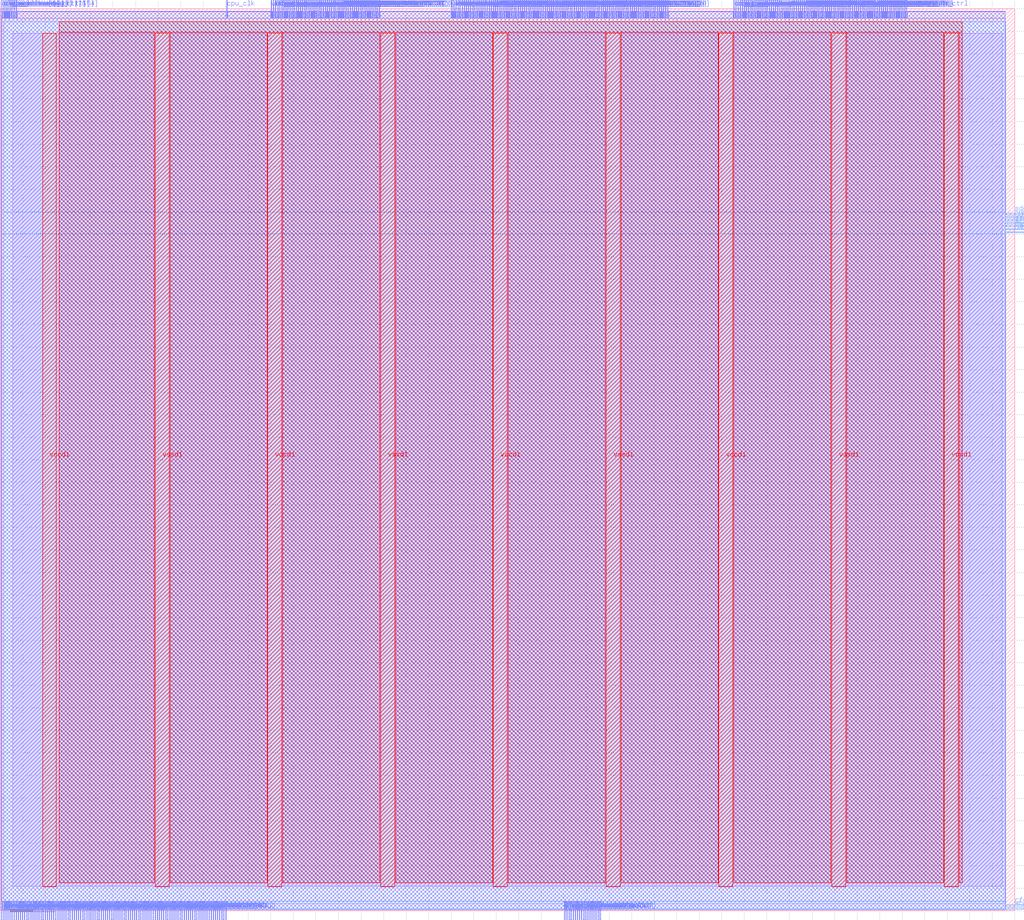
<source format=lef>
VERSION 5.7 ;
  NOWIREEXTENSIONATPIN ON ;
  DIVIDERCHAR "/" ;
  BUSBITCHARS "[]" ;
MACRO wb_host
  CLASS BLOCK ;
  FOREIGN wb_host ;
  ORIGIN 0.000 0.000 ;
  SIZE 450.000 BY 400.000 ;
  PIN cfg_clk_skew_ctrl1[0]
    DIRECTION OUTPUT TRISTATE ;
    USE SIGNAL ;
    PORT
      LAYER met2 ;
        RECT 164.310 396.000 164.590 404.000 ;
    END
  END cfg_clk_skew_ctrl1[0]
  PIN cfg_clk_skew_ctrl1[10]
    DIRECTION OUTPUT TRISTATE ;
    USE SIGNAL ;
    PORT
      LAYER met2 ;
        RECT 158.790 396.000 159.070 404.000 ;
    END
  END cfg_clk_skew_ctrl1[10]
  PIN cfg_clk_skew_ctrl1[11]
    DIRECTION OUTPUT TRISTATE ;
    USE SIGNAL ;
    PORT
      LAYER met2 ;
        RECT 157.870 396.000 158.150 404.000 ;
    END
  END cfg_clk_skew_ctrl1[11]
  PIN cfg_clk_skew_ctrl1[12]
    DIRECTION OUTPUT TRISTATE ;
    USE SIGNAL ;
    PORT
      LAYER met2 ;
        RECT 156.950 396.000 157.230 404.000 ;
    END
  END cfg_clk_skew_ctrl1[12]
  PIN cfg_clk_skew_ctrl1[13]
    DIRECTION OUTPUT TRISTATE ;
    USE SIGNAL ;
    PORT
      LAYER met2 ;
        RECT 156.030 396.000 156.310 404.000 ;
    END
  END cfg_clk_skew_ctrl1[13]
  PIN cfg_clk_skew_ctrl1[14]
    DIRECTION OUTPUT TRISTATE ;
    USE SIGNAL ;
    PORT
      LAYER met2 ;
        RECT 155.110 396.000 155.390 404.000 ;
    END
  END cfg_clk_skew_ctrl1[14]
  PIN cfg_clk_skew_ctrl1[15]
    DIRECTION OUTPUT TRISTATE ;
    USE SIGNAL ;
    PORT
      LAYER met2 ;
        RECT 154.190 396.000 154.470 404.000 ;
    END
  END cfg_clk_skew_ctrl1[15]
  PIN cfg_clk_skew_ctrl1[16]
    DIRECTION OUTPUT TRISTATE ;
    USE SIGNAL ;
    PORT
      LAYER met2 ;
        RECT 153.270 396.000 153.550 404.000 ;
    END
  END cfg_clk_skew_ctrl1[16]
  PIN cfg_clk_skew_ctrl1[17]
    DIRECTION OUTPUT TRISTATE ;
    USE SIGNAL ;
    PORT
      LAYER met2 ;
        RECT 152.350 396.000 152.630 404.000 ;
    END
  END cfg_clk_skew_ctrl1[17]
  PIN cfg_clk_skew_ctrl1[18]
    DIRECTION OUTPUT TRISTATE ;
    USE SIGNAL ;
    PORT
      LAYER met2 ;
        RECT 151.430 396.000 151.710 404.000 ;
    END
  END cfg_clk_skew_ctrl1[18]
  PIN cfg_clk_skew_ctrl1[19]
    DIRECTION OUTPUT TRISTATE ;
    USE SIGNAL ;
    PORT
      LAYER met2 ;
        RECT 150.510 396.000 150.790 404.000 ;
    END
  END cfg_clk_skew_ctrl1[19]
  PIN cfg_clk_skew_ctrl1[1]
    DIRECTION OUTPUT TRISTATE ;
    USE SIGNAL ;
    PORT
      LAYER met2 ;
        RECT 163.390 396.000 163.670 404.000 ;
    END
  END cfg_clk_skew_ctrl1[1]
  PIN cfg_clk_skew_ctrl1[20]
    DIRECTION OUTPUT TRISTATE ;
    USE SIGNAL ;
    PORT
      LAYER met2 ;
        RECT 149.590 396.000 149.870 404.000 ;
    END
  END cfg_clk_skew_ctrl1[20]
  PIN cfg_clk_skew_ctrl1[21]
    DIRECTION OUTPUT TRISTATE ;
    USE SIGNAL ;
    PORT
      LAYER met2 ;
        RECT 148.670 396.000 148.950 404.000 ;
    END
  END cfg_clk_skew_ctrl1[21]
  PIN cfg_clk_skew_ctrl1[22]
    DIRECTION OUTPUT TRISTATE ;
    USE SIGNAL ;
    PORT
      LAYER met2 ;
        RECT 147.750 396.000 148.030 404.000 ;
    END
  END cfg_clk_skew_ctrl1[22]
  PIN cfg_clk_skew_ctrl1[23]
    DIRECTION OUTPUT TRISTATE ;
    USE SIGNAL ;
    PORT
      LAYER met2 ;
        RECT 146.830 396.000 147.110 404.000 ;
    END
  END cfg_clk_skew_ctrl1[23]
  PIN cfg_clk_skew_ctrl1[24]
    DIRECTION OUTPUT TRISTATE ;
    USE SIGNAL ;
    PORT
      LAYER met2 ;
        RECT 145.910 396.000 146.190 404.000 ;
    END
  END cfg_clk_skew_ctrl1[24]
  PIN cfg_clk_skew_ctrl1[25]
    DIRECTION OUTPUT TRISTATE ;
    USE SIGNAL ;
    PORT
      LAYER met2 ;
        RECT 144.990 396.000 145.270 404.000 ;
    END
  END cfg_clk_skew_ctrl1[25]
  PIN cfg_clk_skew_ctrl1[26]
    DIRECTION OUTPUT TRISTATE ;
    USE SIGNAL ;
    PORT
      LAYER met2 ;
        RECT 144.070 396.000 144.350 404.000 ;
    END
  END cfg_clk_skew_ctrl1[26]
  PIN cfg_clk_skew_ctrl1[27]
    DIRECTION OUTPUT TRISTATE ;
    USE SIGNAL ;
    PORT
      LAYER met2 ;
        RECT 143.150 396.000 143.430 404.000 ;
    END
  END cfg_clk_skew_ctrl1[27]
  PIN cfg_clk_skew_ctrl1[28]
    DIRECTION OUTPUT TRISTATE ;
    USE SIGNAL ;
    PORT
      LAYER met2 ;
        RECT 328.070 396.000 328.350 404.000 ;
    END
  END cfg_clk_skew_ctrl1[28]
  PIN cfg_clk_skew_ctrl1[29]
    DIRECTION OUTPUT TRISTATE ;
    USE SIGNAL ;
    PORT
      LAYER met2 ;
        RECT 327.150 396.000 327.430 404.000 ;
    END
  END cfg_clk_skew_ctrl1[29]
  PIN cfg_clk_skew_ctrl1[2]
    DIRECTION OUTPUT TRISTATE ;
    USE SIGNAL ;
    PORT
      LAYER met2 ;
        RECT 162.470 396.000 162.750 404.000 ;
    END
  END cfg_clk_skew_ctrl1[2]
  PIN cfg_clk_skew_ctrl1[30]
    DIRECTION OUTPUT TRISTATE ;
    USE SIGNAL ;
    PORT
      LAYER met2 ;
        RECT 326.230 396.000 326.510 404.000 ;
    END
  END cfg_clk_skew_ctrl1[30]
  PIN cfg_clk_skew_ctrl1[31]
    DIRECTION OUTPUT TRISTATE ;
    USE SIGNAL ;
    PORT
      LAYER met2 ;
        RECT 325.310 396.000 325.590 404.000 ;
    END
  END cfg_clk_skew_ctrl1[31]
  PIN cfg_clk_skew_ctrl1[3]
    DIRECTION OUTPUT TRISTATE ;
    USE SIGNAL ;
    PORT
      LAYER met2 ;
        RECT 161.550 396.000 161.830 404.000 ;
    END
  END cfg_clk_skew_ctrl1[3]
  PIN cfg_clk_skew_ctrl1[4]
    DIRECTION OUTPUT TRISTATE ;
    USE SIGNAL ;
    PORT
      LAYER met2 ;
        RECT 6.070 396.000 6.350 404.000 ;
    END
  END cfg_clk_skew_ctrl1[4]
  PIN cfg_clk_skew_ctrl1[5]
    DIRECTION OUTPUT TRISTATE ;
    USE SIGNAL ;
    PORT
      LAYER met2 ;
        RECT 4.230 396.000 4.510 404.000 ;
    END
  END cfg_clk_skew_ctrl1[5]
  PIN cfg_clk_skew_ctrl1[6]
    DIRECTION OUTPUT TRISTATE ;
    USE SIGNAL ;
    PORT
      LAYER met2 ;
        RECT 2.390 396.000 2.670 404.000 ;
    END
  END cfg_clk_skew_ctrl1[6]
  PIN cfg_clk_skew_ctrl1[7]
    DIRECTION OUTPUT TRISTATE ;
    USE SIGNAL ;
    PORT
      LAYER met2 ;
        RECT 0.550 396.000 0.830 404.000 ;
    END
  END cfg_clk_skew_ctrl1[7]
  PIN cfg_clk_skew_ctrl1[8]
    DIRECTION OUTPUT TRISTATE ;
    USE SIGNAL ;
    PORT
      LAYER met2 ;
        RECT 160.630 396.000 160.910 404.000 ;
    END
  END cfg_clk_skew_ctrl1[8]
  PIN cfg_clk_skew_ctrl1[9]
    DIRECTION OUTPUT TRISTATE ;
    USE SIGNAL ;
    PORT
      LAYER met2 ;
        RECT 159.710 396.000 159.990 404.000 ;
    END
  END cfg_clk_skew_ctrl1[9]
  PIN cfg_clk_skew_ctrl2[0]
    DIRECTION OUTPUT TRISTATE ;
    USE SIGNAL ;
    PORT
      LAYER met2 ;
        RECT 142.230 396.000 142.510 404.000 ;
    END
  END cfg_clk_skew_ctrl2[0]
  PIN cfg_clk_skew_ctrl2[10]
    DIRECTION OUTPUT TRISTATE ;
    USE SIGNAL ;
    PORT
      LAYER met2 ;
        RECT 133.030 396.000 133.310 404.000 ;
    END
  END cfg_clk_skew_ctrl2[10]
  PIN cfg_clk_skew_ctrl2[11]
    DIRECTION OUTPUT TRISTATE ;
    USE SIGNAL ;
    PORT
      LAYER met2 ;
        RECT 132.110 396.000 132.390 404.000 ;
    END
  END cfg_clk_skew_ctrl2[11]
  PIN cfg_clk_skew_ctrl2[12]
    DIRECTION OUTPUT TRISTATE ;
    USE SIGNAL ;
    PORT
      LAYER met2 ;
        RECT 131.190 396.000 131.470 404.000 ;
    END
  END cfg_clk_skew_ctrl2[12]
  PIN cfg_clk_skew_ctrl2[13]
    DIRECTION OUTPUT TRISTATE ;
    USE SIGNAL ;
    PORT
      LAYER met2 ;
        RECT 130.270 396.000 130.550 404.000 ;
    END
  END cfg_clk_skew_ctrl2[13]
  PIN cfg_clk_skew_ctrl2[14]
    DIRECTION OUTPUT TRISTATE ;
    USE SIGNAL ;
    PORT
      LAYER met2 ;
        RECT 129.350 396.000 129.630 404.000 ;
    END
  END cfg_clk_skew_ctrl2[14]
  PIN cfg_clk_skew_ctrl2[15]
    DIRECTION OUTPUT TRISTATE ;
    USE SIGNAL ;
    PORT
      LAYER met2 ;
        RECT 128.430 396.000 128.710 404.000 ;
    END
  END cfg_clk_skew_ctrl2[15]
  PIN cfg_clk_skew_ctrl2[16]
    DIRECTION OUTPUT TRISTATE ;
    USE SIGNAL ;
    PORT
      LAYER met2 ;
        RECT 127.510 396.000 127.790 404.000 ;
    END
  END cfg_clk_skew_ctrl2[16]
  PIN cfg_clk_skew_ctrl2[17]
    DIRECTION OUTPUT TRISTATE ;
    USE SIGNAL ;
    PORT
      LAYER met2 ;
        RECT 126.590 396.000 126.870 404.000 ;
    END
  END cfg_clk_skew_ctrl2[17]
  PIN cfg_clk_skew_ctrl2[18]
    DIRECTION OUTPUT TRISTATE ;
    USE SIGNAL ;
    PORT
      LAYER met2 ;
        RECT 125.670 396.000 125.950 404.000 ;
    END
  END cfg_clk_skew_ctrl2[18]
  PIN cfg_clk_skew_ctrl2[19]
    DIRECTION OUTPUT TRISTATE ;
    USE SIGNAL ;
    PORT
      LAYER met2 ;
        RECT 124.750 396.000 125.030 404.000 ;
    END
  END cfg_clk_skew_ctrl2[19]
  PIN cfg_clk_skew_ctrl2[1]
    DIRECTION OUTPUT TRISTATE ;
    USE SIGNAL ;
    PORT
      LAYER met2 ;
        RECT 141.310 396.000 141.590 404.000 ;
    END
  END cfg_clk_skew_ctrl2[1]
  PIN cfg_clk_skew_ctrl2[20]
    DIRECTION OUTPUT TRISTATE ;
    USE SIGNAL ;
    PORT
      LAYER met2 ;
        RECT 123.830 396.000 124.110 404.000 ;
    END
  END cfg_clk_skew_ctrl2[20]
  PIN cfg_clk_skew_ctrl2[21]
    DIRECTION OUTPUT TRISTATE ;
    USE SIGNAL ;
    PORT
      LAYER met2 ;
        RECT 122.910 396.000 123.190 404.000 ;
    END
  END cfg_clk_skew_ctrl2[21]
  PIN cfg_clk_skew_ctrl2[22]
    DIRECTION OUTPUT TRISTATE ;
    USE SIGNAL ;
    PORT
      LAYER met2 ;
        RECT 121.990 396.000 122.270 404.000 ;
    END
  END cfg_clk_skew_ctrl2[22]
  PIN cfg_clk_skew_ctrl2[23]
    DIRECTION OUTPUT TRISTATE ;
    USE SIGNAL ;
    PORT
      LAYER met2 ;
        RECT 121.070 396.000 121.350 404.000 ;
    END
  END cfg_clk_skew_ctrl2[23]
  PIN cfg_clk_skew_ctrl2[24]
    DIRECTION OUTPUT TRISTATE ;
    USE SIGNAL ;
    PORT
      LAYER met2 ;
        RECT 335.430 396.000 335.710 404.000 ;
    END
  END cfg_clk_skew_ctrl2[24]
  PIN cfg_clk_skew_ctrl2[25]
    DIRECTION OUTPUT TRISTATE ;
    USE SIGNAL ;
    PORT
      LAYER met2 ;
        RECT 334.510 396.000 334.790 404.000 ;
    END
  END cfg_clk_skew_ctrl2[25]
  PIN cfg_clk_skew_ctrl2[26]
    DIRECTION OUTPUT TRISTATE ;
    USE SIGNAL ;
    PORT
      LAYER met2 ;
        RECT 333.590 396.000 333.870 404.000 ;
    END
  END cfg_clk_skew_ctrl2[26]
  PIN cfg_clk_skew_ctrl2[27]
    DIRECTION OUTPUT TRISTATE ;
    USE SIGNAL ;
    PORT
      LAYER met2 ;
        RECT 332.670 396.000 332.950 404.000 ;
    END
  END cfg_clk_skew_ctrl2[27]
  PIN cfg_clk_skew_ctrl2[28]
    DIRECTION OUTPUT TRISTATE ;
    USE SIGNAL ;
    PORT
      LAYER met2 ;
        RECT 331.750 396.000 332.030 404.000 ;
    END
  END cfg_clk_skew_ctrl2[28]
  PIN cfg_clk_skew_ctrl2[29]
    DIRECTION OUTPUT TRISTATE ;
    USE SIGNAL ;
    PORT
      LAYER met2 ;
        RECT 330.830 396.000 331.110 404.000 ;
    END
  END cfg_clk_skew_ctrl2[29]
  PIN cfg_clk_skew_ctrl2[2]
    DIRECTION OUTPUT TRISTATE ;
    USE SIGNAL ;
    PORT
      LAYER met2 ;
        RECT 140.390 396.000 140.670 404.000 ;
    END
  END cfg_clk_skew_ctrl2[2]
  PIN cfg_clk_skew_ctrl2[30]
    DIRECTION OUTPUT TRISTATE ;
    USE SIGNAL ;
    PORT
      LAYER met2 ;
        RECT 329.910 396.000 330.190 404.000 ;
    END
  END cfg_clk_skew_ctrl2[30]
  PIN cfg_clk_skew_ctrl2[31]
    DIRECTION OUTPUT TRISTATE ;
    USE SIGNAL ;
    PORT
      LAYER met2 ;
        RECT 328.990 396.000 329.270 404.000 ;
    END
  END cfg_clk_skew_ctrl2[31]
  PIN cfg_clk_skew_ctrl2[3]
    DIRECTION OUTPUT TRISTATE ;
    USE SIGNAL ;
    PORT
      LAYER met2 ;
        RECT 139.470 396.000 139.750 404.000 ;
    END
  END cfg_clk_skew_ctrl2[3]
  PIN cfg_clk_skew_ctrl2[4]
    DIRECTION OUTPUT TRISTATE ;
    USE SIGNAL ;
    PORT
      LAYER met2 ;
        RECT 138.550 396.000 138.830 404.000 ;
    END
  END cfg_clk_skew_ctrl2[4]
  PIN cfg_clk_skew_ctrl2[5]
    DIRECTION OUTPUT TRISTATE ;
    USE SIGNAL ;
    PORT
      LAYER met2 ;
        RECT 137.630 396.000 137.910 404.000 ;
    END
  END cfg_clk_skew_ctrl2[5]
  PIN cfg_clk_skew_ctrl2[6]
    DIRECTION OUTPUT TRISTATE ;
    USE SIGNAL ;
    PORT
      LAYER met2 ;
        RECT 136.710 396.000 136.990 404.000 ;
    END
  END cfg_clk_skew_ctrl2[6]
  PIN cfg_clk_skew_ctrl2[7]
    DIRECTION OUTPUT TRISTATE ;
    USE SIGNAL ;
    PORT
      LAYER met2 ;
        RECT 135.790 396.000 136.070 404.000 ;
    END
  END cfg_clk_skew_ctrl2[7]
  PIN cfg_clk_skew_ctrl2[8]
    DIRECTION OUTPUT TRISTATE ;
    USE SIGNAL ;
    PORT
      LAYER met2 ;
        RECT 134.870 396.000 135.150 404.000 ;
    END
  END cfg_clk_skew_ctrl2[8]
  PIN cfg_clk_skew_ctrl2[9]
    DIRECTION OUTPUT TRISTATE ;
    USE SIGNAL ;
    PORT
      LAYER met2 ;
        RECT 133.950 396.000 134.230 404.000 ;
    END
  END cfg_clk_skew_ctrl2[9]
  PIN cfg_cska_wh[0]
    DIRECTION INPUT ;
    USE SIGNAL ;
    PORT
      LAYER met2 ;
        RECT 6.990 396.000 7.270 404.000 ;
    END
  END cfg_cska_wh[0]
  PIN cfg_cska_wh[1]
    DIRECTION INPUT ;
    USE SIGNAL ;
    PORT
      LAYER met2 ;
        RECT 5.150 396.000 5.430 404.000 ;
    END
  END cfg_cska_wh[1]
  PIN cfg_cska_wh[2]
    DIRECTION INPUT ;
    USE SIGNAL ;
    PORT
      LAYER met2 ;
        RECT 3.310 396.000 3.590 404.000 ;
    END
  END cfg_cska_wh[2]
  PIN cfg_cska_wh[3]
    DIRECTION INPUT ;
    USE SIGNAL ;
    PORT
      LAYER met2 ;
        RECT 1.470 396.000 1.750 404.000 ;
    END
  END cfg_cska_wh[3]
  PIN cfg_fast_sim
    DIRECTION OUTPUT TRISTATE ;
    USE SIGNAL ;
    PORT
      LAYER met3 ;
        RECT 446.000 2.080 454.000 2.680 ;
    END
  END cfg_fast_sim
  PIN cfg_strap_pad_ctrl
    DIRECTION OUTPUT TRISTATE ;
    USE SIGNAL ;
    PORT
      LAYER met2 ;
        RECT 397.070 396.000 397.350 404.000 ;
    END
  END cfg_strap_pad_ctrl
  PIN cpu_clk
    DIRECTION OUTPUT TRISTATE ;
    USE SIGNAL ;
    PORT
      LAYER met2 ;
        RECT 100.370 396.000 100.650 404.000 ;
    END
  END cpu_clk
  PIN e_reset_n
    DIRECTION OUTPUT TRISTATE ;
    USE SIGNAL ;
    PORT
      LAYER met2 ;
        RECT 397.990 396.000 398.270 404.000 ;
    END
  END e_reset_n
  PIN int_pll_clock
    DIRECTION INPUT ;
    USE SIGNAL ;
    PORT
      LAYER met2 ;
        RECT 399.830 396.000 400.110 404.000 ;
    END
  END int_pll_clock
  PIN la_data_in[0]
    DIRECTION INPUT ;
    USE SIGNAL ;
    PORT
      LAYER met2 ;
        RECT 250.330 -4.000 250.610 4.000 ;
    END
  END la_data_in[0]
  PIN la_data_in[10]
    DIRECTION INPUT ;
    USE SIGNAL ;
    PORT
      LAYER met2 ;
        RECT 259.530 -4.000 259.810 4.000 ;
    END
  END la_data_in[10]
  PIN la_data_in[11]
    DIRECTION INPUT ;
    USE SIGNAL ;
    PORT
      LAYER met2 ;
        RECT 260.450 -4.000 260.730 4.000 ;
    END
  END la_data_in[11]
  PIN la_data_in[12]
    DIRECTION INPUT ;
    USE SIGNAL ;
    PORT
      LAYER met2 ;
        RECT 261.370 -4.000 261.650 4.000 ;
    END
  END la_data_in[12]
  PIN la_data_in[13]
    DIRECTION INPUT ;
    USE SIGNAL ;
    PORT
      LAYER met2 ;
        RECT 262.290 -4.000 262.570 4.000 ;
    END
  END la_data_in[13]
  PIN la_data_in[14]
    DIRECTION INPUT ;
    USE SIGNAL ;
    PORT
      LAYER met2 ;
        RECT 263.210 -4.000 263.490 4.000 ;
    END
  END la_data_in[14]
  PIN la_data_in[15]
    DIRECTION INPUT ;
    USE SIGNAL ;
    PORT
      LAYER met2 ;
        RECT 264.130 -4.000 264.410 4.000 ;
    END
  END la_data_in[15]
  PIN la_data_in[16]
    DIRECTION INPUT ;
    USE SIGNAL ;
    PORT
      LAYER met2 ;
        RECT 265.050 -4.000 265.330 4.000 ;
    END
  END la_data_in[16]
  PIN la_data_in[17]
    DIRECTION INPUT ;
    USE SIGNAL ;
    PORT
      LAYER met2 ;
        RECT 265.970 -4.000 266.250 4.000 ;
    END
  END la_data_in[17]
  PIN la_data_in[1]
    DIRECTION INPUT ;
    USE SIGNAL ;
    PORT
      LAYER met2 ;
        RECT 251.250 -4.000 251.530 4.000 ;
    END
  END la_data_in[1]
  PIN la_data_in[2]
    DIRECTION INPUT ;
    USE SIGNAL ;
    PORT
      LAYER met2 ;
        RECT 252.170 -4.000 252.450 4.000 ;
    END
  END la_data_in[2]
  PIN la_data_in[3]
    DIRECTION INPUT ;
    USE SIGNAL ;
    PORT
      LAYER met2 ;
        RECT 253.090 -4.000 253.370 4.000 ;
    END
  END la_data_in[3]
  PIN la_data_in[4]
    DIRECTION INPUT ;
    USE SIGNAL ;
    PORT
      LAYER met2 ;
        RECT 254.010 -4.000 254.290 4.000 ;
    END
  END la_data_in[4]
  PIN la_data_in[5]
    DIRECTION INPUT ;
    USE SIGNAL ;
    PORT
      LAYER met2 ;
        RECT 254.930 -4.000 255.210 4.000 ;
    END
  END la_data_in[5]
  PIN la_data_in[6]
    DIRECTION INPUT ;
    USE SIGNAL ;
    PORT
      LAYER met2 ;
        RECT 255.850 -4.000 256.130 4.000 ;
    END
  END la_data_in[6]
  PIN la_data_in[7]
    DIRECTION INPUT ;
    USE SIGNAL ;
    PORT
      LAYER met2 ;
        RECT 256.770 -4.000 257.050 4.000 ;
    END
  END la_data_in[7]
  PIN la_data_in[8]
    DIRECTION INPUT ;
    USE SIGNAL ;
    PORT
      LAYER met2 ;
        RECT 257.690 -4.000 257.970 4.000 ;
    END
  END la_data_in[8]
  PIN la_data_in[9]
    DIRECTION INPUT ;
    USE SIGNAL ;
    PORT
      LAYER met2 ;
        RECT 258.610 -4.000 258.890 4.000 ;
    END
  END la_data_in[9]
  PIN p_reset_n
    DIRECTION OUTPUT TRISTATE ;
    USE SIGNAL ;
    PORT
      LAYER met2 ;
        RECT 398.910 396.000 399.190 404.000 ;
    END
  END p_reset_n
  PIN s_reset_n
    DIRECTION OUTPUT TRISTATE ;
    USE SIGNAL ;
    PORT
      LAYER met2 ;
        RECT 401.670 396.000 401.950 404.000 ;
    END
  END s_reset_n
  PIN sclk
    DIRECTION INPUT ;
    USE SIGNAL ;
    PORT
      LAYER met3 ;
        RECT 446.000 303.320 454.000 303.920 ;
    END
  END sclk
  PIN sdin
    DIRECTION INPUT ;
    USE SIGNAL ;
    PORT
      LAYER met3 ;
        RECT 446.000 306.040 454.000 306.640 ;
    END
  END sdin
  PIN sdout
    DIRECTION OUTPUT TRISTATE ;
    USE SIGNAL ;
    PORT
      LAYER met3 ;
        RECT 446.000 307.400 454.000 308.000 ;
    END
  END sdout
  PIN sdout_oen
    DIRECTION OUTPUT TRISTATE ;
    USE SIGNAL ;
    PORT
      LAYER met3 ;
        RECT 446.000 308.760 454.000 309.360 ;
    END
  END sdout_oen
  PIN ssn
    DIRECTION INPUT ;
    USE SIGNAL ;
    PORT
      LAYER met3 ;
        RECT 446.000 304.680 454.000 305.280 ;
    END
  END ssn
  PIN strap_sticky[0]
    DIRECTION INPUT ;
    USE SIGNAL ;
    PORT
      LAYER met2 ;
        RECT 364.870 396.000 365.150 404.000 ;
    END
  END strap_sticky[0]
  PIN strap_sticky[10]
    DIRECTION INPUT ;
    USE SIGNAL ;
    PORT
      LAYER met2 ;
        RECT 355.670 396.000 355.950 404.000 ;
    END
  END strap_sticky[10]
  PIN strap_sticky[11]
    DIRECTION INPUT ;
    USE SIGNAL ;
    PORT
      LAYER met2 ;
        RECT 354.750 396.000 355.030 404.000 ;
    END
  END strap_sticky[11]
  PIN strap_sticky[12]
    DIRECTION INPUT ;
    USE SIGNAL ;
    PORT
      LAYER met2 ;
        RECT 353.830 396.000 354.110 404.000 ;
    END
  END strap_sticky[12]
  PIN strap_sticky[13]
    DIRECTION INPUT ;
    USE SIGNAL ;
    PORT
      LAYER met2 ;
        RECT 352.910 396.000 353.190 404.000 ;
    END
  END strap_sticky[13]
  PIN strap_sticky[14]
    DIRECTION INPUT ;
    USE SIGNAL ;
    PORT
      LAYER met2 ;
        RECT 351.990 396.000 352.270 404.000 ;
    END
  END strap_sticky[14]
  PIN strap_sticky[15]
    DIRECTION INPUT ;
    USE SIGNAL ;
    PORT
      LAYER met2 ;
        RECT 351.070 396.000 351.350 404.000 ;
    END
  END strap_sticky[15]
  PIN strap_sticky[16]
    DIRECTION INPUT ;
    USE SIGNAL ;
    PORT
      LAYER met2 ;
        RECT 350.150 396.000 350.430 404.000 ;
    END
  END strap_sticky[16]
  PIN strap_sticky[17]
    DIRECTION INPUT ;
    USE SIGNAL ;
    PORT
      LAYER met2 ;
        RECT 349.230 396.000 349.510 404.000 ;
    END
  END strap_sticky[17]
  PIN strap_sticky[18]
    DIRECTION INPUT ;
    USE SIGNAL ;
    PORT
      LAYER met2 ;
        RECT 348.310 396.000 348.590 404.000 ;
    END
  END strap_sticky[18]
  PIN strap_sticky[19]
    DIRECTION INPUT ;
    USE SIGNAL ;
    PORT
      LAYER met2 ;
        RECT 347.390 396.000 347.670 404.000 ;
    END
  END strap_sticky[19]
  PIN strap_sticky[1]
    DIRECTION INPUT ;
    USE SIGNAL ;
    PORT
      LAYER met2 ;
        RECT 363.950 396.000 364.230 404.000 ;
    END
  END strap_sticky[1]
  PIN strap_sticky[20]
    DIRECTION INPUT ;
    USE SIGNAL ;
    PORT
      LAYER met2 ;
        RECT 346.470 396.000 346.750 404.000 ;
    END
  END strap_sticky[20]
  PIN strap_sticky[21]
    DIRECTION INPUT ;
    USE SIGNAL ;
    PORT
      LAYER met2 ;
        RECT 345.550 396.000 345.830 404.000 ;
    END
  END strap_sticky[21]
  PIN strap_sticky[22]
    DIRECTION INPUT ;
    USE SIGNAL ;
    PORT
      LAYER met2 ;
        RECT 344.630 396.000 344.910 404.000 ;
    END
  END strap_sticky[22]
  PIN strap_sticky[23]
    DIRECTION INPUT ;
    USE SIGNAL ;
    PORT
      LAYER met2 ;
        RECT 343.710 396.000 343.990 404.000 ;
    END
  END strap_sticky[23]
  PIN strap_sticky[24]
    DIRECTION INPUT ;
    USE SIGNAL ;
    PORT
      LAYER met2 ;
        RECT 342.790 396.000 343.070 404.000 ;
    END
  END strap_sticky[24]
  PIN strap_sticky[25]
    DIRECTION INPUT ;
    USE SIGNAL ;
    PORT
      LAYER met2 ;
        RECT 341.870 396.000 342.150 404.000 ;
    END
  END strap_sticky[25]
  PIN strap_sticky[26]
    DIRECTION INPUT ;
    USE SIGNAL ;
    PORT
      LAYER met2 ;
        RECT 340.950 396.000 341.230 404.000 ;
    END
  END strap_sticky[26]
  PIN strap_sticky[27]
    DIRECTION INPUT ;
    USE SIGNAL ;
    PORT
      LAYER met2 ;
        RECT 340.030 396.000 340.310 404.000 ;
    END
  END strap_sticky[27]
  PIN strap_sticky[28]
    DIRECTION INPUT ;
    USE SIGNAL ;
    PORT
      LAYER met2 ;
        RECT 339.110 396.000 339.390 404.000 ;
    END
  END strap_sticky[28]
  PIN strap_sticky[29]
    DIRECTION INPUT ;
    USE SIGNAL ;
    PORT
      LAYER met2 ;
        RECT 338.190 396.000 338.470 404.000 ;
    END
  END strap_sticky[29]
  PIN strap_sticky[2]
    DIRECTION INPUT ;
    USE SIGNAL ;
    PORT
      LAYER met2 ;
        RECT 363.030 396.000 363.310 404.000 ;
    END
  END strap_sticky[2]
  PIN strap_sticky[30]
    DIRECTION INPUT ;
    USE SIGNAL ;
    PORT
      LAYER met2 ;
        RECT 337.270 396.000 337.550 404.000 ;
    END
  END strap_sticky[30]
  PIN strap_sticky[31]
    DIRECTION INPUT ;
    USE SIGNAL ;
    PORT
      LAYER met2 ;
        RECT 336.350 396.000 336.630 404.000 ;
    END
  END strap_sticky[31]
  PIN strap_sticky[3]
    DIRECTION INPUT ;
    USE SIGNAL ;
    PORT
      LAYER met2 ;
        RECT 362.110 396.000 362.390 404.000 ;
    END
  END strap_sticky[3]
  PIN strap_sticky[4]
    DIRECTION INPUT ;
    USE SIGNAL ;
    PORT
      LAYER met2 ;
        RECT 361.190 396.000 361.470 404.000 ;
    END
  END strap_sticky[4]
  PIN strap_sticky[5]
    DIRECTION INPUT ;
    USE SIGNAL ;
    PORT
      LAYER met2 ;
        RECT 360.270 396.000 360.550 404.000 ;
    END
  END strap_sticky[5]
  PIN strap_sticky[6]
    DIRECTION INPUT ;
    USE SIGNAL ;
    PORT
      LAYER met2 ;
        RECT 359.350 396.000 359.630 404.000 ;
    END
  END strap_sticky[6]
  PIN strap_sticky[7]
    DIRECTION INPUT ;
    USE SIGNAL ;
    PORT
      LAYER met2 ;
        RECT 358.430 396.000 358.710 404.000 ;
    END
  END strap_sticky[7]
  PIN strap_sticky[8]
    DIRECTION INPUT ;
    USE SIGNAL ;
    PORT
      LAYER met2 ;
        RECT 357.510 396.000 357.790 404.000 ;
    END
  END strap_sticky[8]
  PIN strap_sticky[9]
    DIRECTION INPUT ;
    USE SIGNAL ;
    PORT
      LAYER met2 ;
        RECT 356.590 396.000 356.870 404.000 ;
    END
  END strap_sticky[9]
  PIN strap_uartm[0]
    DIRECTION INPUT ;
    USE SIGNAL ;
    PORT
      LAYER met2 ;
        RECT 366.710 396.000 366.990 404.000 ;
    END
  END strap_uartm[0]
  PIN strap_uartm[1]
    DIRECTION INPUT ;
    USE SIGNAL ;
    PORT
      LAYER met2 ;
        RECT 365.790 396.000 366.070 404.000 ;
    END
  END strap_uartm[1]
  PIN system_strap[0]
    DIRECTION OUTPUT TRISTATE ;
    USE SIGNAL ;
    PORT
      LAYER met2 ;
        RECT 396.150 396.000 396.430 404.000 ;
    END
  END system_strap[0]
  PIN system_strap[10]
    DIRECTION OUTPUT TRISTATE ;
    USE SIGNAL ;
    PORT
      LAYER met2 ;
        RECT 386.950 396.000 387.230 404.000 ;
    END
  END system_strap[10]
  PIN system_strap[11]
    DIRECTION OUTPUT TRISTATE ;
    USE SIGNAL ;
    PORT
      LAYER met2 ;
        RECT 386.030 396.000 386.310 404.000 ;
    END
  END system_strap[11]
  PIN system_strap[12]
    DIRECTION OUTPUT TRISTATE ;
    USE SIGNAL ;
    PORT
      LAYER met2 ;
        RECT 385.110 396.000 385.390 404.000 ;
    END
  END system_strap[12]
  PIN system_strap[13]
    DIRECTION OUTPUT TRISTATE ;
    USE SIGNAL ;
    PORT
      LAYER met2 ;
        RECT 384.190 396.000 384.470 404.000 ;
    END
  END system_strap[13]
  PIN system_strap[14]
    DIRECTION OUTPUT TRISTATE ;
    USE SIGNAL ;
    PORT
      LAYER met2 ;
        RECT 383.270 396.000 383.550 404.000 ;
    END
  END system_strap[14]
  PIN system_strap[15]
    DIRECTION OUTPUT TRISTATE ;
    USE SIGNAL ;
    PORT
      LAYER met2 ;
        RECT 382.350 396.000 382.630 404.000 ;
    END
  END system_strap[15]
  PIN system_strap[16]
    DIRECTION OUTPUT TRISTATE ;
    USE SIGNAL ;
    PORT
      LAYER met2 ;
        RECT 381.430 396.000 381.710 404.000 ;
    END
  END system_strap[16]
  PIN system_strap[17]
    DIRECTION OUTPUT TRISTATE ;
    USE SIGNAL ;
    PORT
      LAYER met2 ;
        RECT 380.510 396.000 380.790 404.000 ;
    END
  END system_strap[17]
  PIN system_strap[18]
    DIRECTION OUTPUT TRISTATE ;
    USE SIGNAL ;
    PORT
      LAYER met2 ;
        RECT 379.590 396.000 379.870 404.000 ;
    END
  END system_strap[18]
  PIN system_strap[19]
    DIRECTION OUTPUT TRISTATE ;
    USE SIGNAL ;
    PORT
      LAYER met2 ;
        RECT 378.670 396.000 378.950 404.000 ;
    END
  END system_strap[19]
  PIN system_strap[1]
    DIRECTION OUTPUT TRISTATE ;
    USE SIGNAL ;
    PORT
      LAYER met2 ;
        RECT 395.230 396.000 395.510 404.000 ;
    END
  END system_strap[1]
  PIN system_strap[20]
    DIRECTION OUTPUT TRISTATE ;
    USE SIGNAL ;
    PORT
      LAYER met2 ;
        RECT 377.750 396.000 378.030 404.000 ;
    END
  END system_strap[20]
  PIN system_strap[21]
    DIRECTION OUTPUT TRISTATE ;
    USE SIGNAL ;
    PORT
      LAYER met2 ;
        RECT 376.830 396.000 377.110 404.000 ;
    END
  END system_strap[21]
  PIN system_strap[22]
    DIRECTION OUTPUT TRISTATE ;
    USE SIGNAL ;
    PORT
      LAYER met2 ;
        RECT 375.910 396.000 376.190 404.000 ;
    END
  END system_strap[22]
  PIN system_strap[23]
    DIRECTION OUTPUT TRISTATE ;
    USE SIGNAL ;
    PORT
      LAYER met2 ;
        RECT 374.990 396.000 375.270 404.000 ;
    END
  END system_strap[23]
  PIN system_strap[24]
    DIRECTION OUTPUT TRISTATE ;
    USE SIGNAL ;
    PORT
      LAYER met2 ;
        RECT 374.070 396.000 374.350 404.000 ;
    END
  END system_strap[24]
  PIN system_strap[25]
    DIRECTION OUTPUT TRISTATE ;
    USE SIGNAL ;
    PORT
      LAYER met2 ;
        RECT 373.150 396.000 373.430 404.000 ;
    END
  END system_strap[25]
  PIN system_strap[26]
    DIRECTION OUTPUT TRISTATE ;
    USE SIGNAL ;
    PORT
      LAYER met2 ;
        RECT 372.230 396.000 372.510 404.000 ;
    END
  END system_strap[26]
  PIN system_strap[27]
    DIRECTION OUTPUT TRISTATE ;
    USE SIGNAL ;
    PORT
      LAYER met2 ;
        RECT 371.310 396.000 371.590 404.000 ;
    END
  END system_strap[27]
  PIN system_strap[28]
    DIRECTION OUTPUT TRISTATE ;
    USE SIGNAL ;
    PORT
      LAYER met2 ;
        RECT 370.390 396.000 370.670 404.000 ;
    END
  END system_strap[28]
  PIN system_strap[29]
    DIRECTION OUTPUT TRISTATE ;
    USE SIGNAL ;
    PORT
      LAYER met2 ;
        RECT 369.470 396.000 369.750 404.000 ;
    END
  END system_strap[29]
  PIN system_strap[2]
    DIRECTION OUTPUT TRISTATE ;
    USE SIGNAL ;
    PORT
      LAYER met2 ;
        RECT 394.310 396.000 394.590 404.000 ;
    END
  END system_strap[2]
  PIN system_strap[30]
    DIRECTION OUTPUT TRISTATE ;
    USE SIGNAL ;
    PORT
      LAYER met2 ;
        RECT 368.550 396.000 368.830 404.000 ;
    END
  END system_strap[30]
  PIN system_strap[31]
    DIRECTION OUTPUT TRISTATE ;
    USE SIGNAL ;
    PORT
      LAYER met2 ;
        RECT 367.630 396.000 367.910 404.000 ;
    END
  END system_strap[31]
  PIN system_strap[3]
    DIRECTION OUTPUT TRISTATE ;
    USE SIGNAL ;
    PORT
      LAYER met2 ;
        RECT 393.390 396.000 393.670 404.000 ;
    END
  END system_strap[3]
  PIN system_strap[4]
    DIRECTION OUTPUT TRISTATE ;
    USE SIGNAL ;
    PORT
      LAYER met2 ;
        RECT 392.470 396.000 392.750 404.000 ;
    END
  END system_strap[4]
  PIN system_strap[5]
    DIRECTION OUTPUT TRISTATE ;
    USE SIGNAL ;
    PORT
      LAYER met2 ;
        RECT 391.550 396.000 391.830 404.000 ;
    END
  END system_strap[5]
  PIN system_strap[6]
    DIRECTION OUTPUT TRISTATE ;
    USE SIGNAL ;
    PORT
      LAYER met2 ;
        RECT 390.630 396.000 390.910 404.000 ;
    END
  END system_strap[6]
  PIN system_strap[7]
    DIRECTION OUTPUT TRISTATE ;
    USE SIGNAL ;
    PORT
      LAYER met2 ;
        RECT 389.710 396.000 389.990 404.000 ;
    END
  END system_strap[7]
  PIN system_strap[8]
    DIRECTION OUTPUT TRISTATE ;
    USE SIGNAL ;
    PORT
      LAYER met2 ;
        RECT 388.790 396.000 389.070 404.000 ;
    END
  END system_strap[8]
  PIN system_strap[9]
    DIRECTION OUTPUT TRISTATE ;
    USE SIGNAL ;
    PORT
      LAYER met2 ;
        RECT 387.870 396.000 388.150 404.000 ;
    END
  END system_strap[9]
  PIN uartm_rxd
    DIRECTION INPUT ;
    USE SIGNAL ;
    PORT
      LAYER met3 ;
        RECT 446.000 300.600 454.000 301.200 ;
    END
  END uartm_rxd
  PIN uartm_txd
    DIRECTION OUTPUT TRISTATE ;
    USE SIGNAL ;
    PORT
      LAYER met3 ;
        RECT 446.000 301.960 454.000 302.560 ;
    END
  END uartm_txd
  PIN user_clock1
    DIRECTION INPUT ;
    USE SIGNAL ;
    PORT
      LAYER met2 ;
        RECT 1.470 -4.000 1.750 4.000 ;
    END
  END user_clock1
  PIN user_clock2
    DIRECTION INPUT ;
    USE SIGNAL ;
    PORT
      LAYER met2 ;
        RECT 0.550 -4.000 0.830 4.000 ;
    END
  END user_clock2
  PIN vccd1
    DIRECTION INOUT ;
    USE POWER ;
    PORT
      LAYER met4 ;
        RECT 18.740 10.640 24.940 389.200 ;
    END
    PORT
      LAYER met4 ;
        RECT 118.740 10.640 124.940 389.200 ;
    END
    PORT
      LAYER met4 ;
        RECT 218.740 10.640 224.940 389.200 ;
    END
    PORT
      LAYER met4 ;
        RECT 318.740 10.640 324.940 389.200 ;
    END
    PORT
      LAYER met4 ;
        RECT 418.740 10.640 424.940 389.200 ;
    END
  END vccd1
  PIN vssd1
    DIRECTION INOUT ;
    USE GROUND ;
    PORT
      LAYER met4 ;
        RECT 68.740 10.640 74.940 389.200 ;
    END
    PORT
      LAYER met4 ;
        RECT 168.740 10.640 174.940 389.200 ;
    END
    PORT
      LAYER met4 ;
        RECT 268.740 10.640 274.940 389.200 ;
    END
    PORT
      LAYER met4 ;
        RECT 368.740 10.640 374.940 389.200 ;
    END
  END vssd1
  PIN wbd_clk_int
    DIRECTION INPUT ;
    USE SIGNAL ;
    PORT
      LAYER met2 ;
        RECT 165.230 396.000 165.510 404.000 ;
    END
  END wbd_clk_int
  PIN wbd_clk_wh
    DIRECTION OUTPUT TRISTATE ;
    USE SIGNAL ;
    PORT
      LAYER met2 ;
        RECT 167.990 396.000 168.270 404.000 ;
    END
  END wbd_clk_wh
  PIN wbd_int_rst_n
    DIRECTION OUTPUT TRISTATE ;
    USE SIGNAL ;
    PORT
      LAYER met2 ;
        RECT 120.150 396.000 120.430 404.000 ;
    END
  END wbd_int_rst_n
  PIN wbd_pll_rst_n
    DIRECTION OUTPUT TRISTATE ;
    USE SIGNAL ;
    PORT
      LAYER met3 ;
        RECT 446.000 0.720 454.000 1.320 ;
    END
  END wbd_pll_rst_n
  PIN wbm_ack_o
    DIRECTION OUTPUT TRISTATE ;
    USE SIGNAL ;
    PORT
      LAYER met2 ;
        RECT 4.230 -4.000 4.510 4.000 ;
    END
  END wbm_ack_o
  PIN wbm_adr_i[0]
    DIRECTION INPUT ;
    USE SIGNAL ;
    PORT
      LAYER met2 ;
        RECT 7.910 -4.000 8.190 4.000 ;
    END
  END wbm_adr_i[0]
  PIN wbm_adr_i[10]
    DIRECTION INPUT ;
    USE SIGNAL ;
    PORT
      LAYER met2 ;
        RECT 39.190 -4.000 39.470 4.000 ;
    END
  END wbm_adr_i[10]
  PIN wbm_adr_i[11]
    DIRECTION INPUT ;
    USE SIGNAL ;
    PORT
      LAYER met2 ;
        RECT 41.950 -4.000 42.230 4.000 ;
    END
  END wbm_adr_i[11]
  PIN wbm_adr_i[12]
    DIRECTION INPUT ;
    USE SIGNAL ;
    PORT
      LAYER met2 ;
        RECT 44.710 -4.000 44.990 4.000 ;
    END
  END wbm_adr_i[12]
  PIN wbm_adr_i[13]
    DIRECTION INPUT ;
    USE SIGNAL ;
    PORT
      LAYER met2 ;
        RECT 47.470 -4.000 47.750 4.000 ;
    END
  END wbm_adr_i[13]
  PIN wbm_adr_i[14]
    DIRECTION INPUT ;
    USE SIGNAL ;
    PORT
      LAYER met2 ;
        RECT 50.230 -4.000 50.510 4.000 ;
    END
  END wbm_adr_i[14]
  PIN wbm_adr_i[15]
    DIRECTION INPUT ;
    USE SIGNAL ;
    PORT
      LAYER met2 ;
        RECT 52.990 -4.000 53.270 4.000 ;
    END
  END wbm_adr_i[15]
  PIN wbm_adr_i[16]
    DIRECTION INPUT ;
    USE SIGNAL ;
    PORT
      LAYER met2 ;
        RECT 55.750 -4.000 56.030 4.000 ;
    END
  END wbm_adr_i[16]
  PIN wbm_adr_i[17]
    DIRECTION INPUT ;
    USE SIGNAL ;
    PORT
      LAYER met2 ;
        RECT 58.510 -4.000 58.790 4.000 ;
    END
  END wbm_adr_i[17]
  PIN wbm_adr_i[18]
    DIRECTION INPUT ;
    USE SIGNAL ;
    PORT
      LAYER met2 ;
        RECT 61.270 -4.000 61.550 4.000 ;
    END
  END wbm_adr_i[18]
  PIN wbm_adr_i[19]
    DIRECTION INPUT ;
    USE SIGNAL ;
    PORT
      LAYER met2 ;
        RECT 64.030 -4.000 64.310 4.000 ;
    END
  END wbm_adr_i[19]
  PIN wbm_adr_i[1]
    DIRECTION INPUT ;
    USE SIGNAL ;
    PORT
      LAYER met2 ;
        RECT 11.590 -4.000 11.870 4.000 ;
    END
  END wbm_adr_i[1]
  PIN wbm_adr_i[20]
    DIRECTION INPUT ;
    USE SIGNAL ;
    PORT
      LAYER met2 ;
        RECT 66.790 -4.000 67.070 4.000 ;
    END
  END wbm_adr_i[20]
  PIN wbm_adr_i[21]
    DIRECTION INPUT ;
    USE SIGNAL ;
    PORT
      LAYER met2 ;
        RECT 69.550 -4.000 69.830 4.000 ;
    END
  END wbm_adr_i[21]
  PIN wbm_adr_i[22]
    DIRECTION INPUT ;
    USE SIGNAL ;
    PORT
      LAYER met2 ;
        RECT 72.310 -4.000 72.590 4.000 ;
    END
  END wbm_adr_i[22]
  PIN wbm_adr_i[23]
    DIRECTION INPUT ;
    USE SIGNAL ;
    PORT
      LAYER met2 ;
        RECT 75.070 -4.000 75.350 4.000 ;
    END
  END wbm_adr_i[23]
  PIN wbm_adr_i[24]
    DIRECTION INPUT ;
    USE SIGNAL ;
    PORT
      LAYER met2 ;
        RECT 77.830 -4.000 78.110 4.000 ;
    END
  END wbm_adr_i[24]
  PIN wbm_adr_i[25]
    DIRECTION INPUT ;
    USE SIGNAL ;
    PORT
      LAYER met2 ;
        RECT 80.590 -4.000 80.870 4.000 ;
    END
  END wbm_adr_i[25]
  PIN wbm_adr_i[26]
    DIRECTION INPUT ;
    USE SIGNAL ;
    PORT
      LAYER met2 ;
        RECT 83.350 -4.000 83.630 4.000 ;
    END
  END wbm_adr_i[26]
  PIN wbm_adr_i[27]
    DIRECTION INPUT ;
    USE SIGNAL ;
    PORT
      LAYER met2 ;
        RECT 86.110 -4.000 86.390 4.000 ;
    END
  END wbm_adr_i[27]
  PIN wbm_adr_i[28]
    DIRECTION INPUT ;
    USE SIGNAL ;
    PORT
      LAYER met2 ;
        RECT 88.870 -4.000 89.150 4.000 ;
    END
  END wbm_adr_i[28]
  PIN wbm_adr_i[29]
    DIRECTION INPUT ;
    USE SIGNAL ;
    PORT
      LAYER met2 ;
        RECT 91.630 -4.000 91.910 4.000 ;
    END
  END wbm_adr_i[29]
  PIN wbm_adr_i[2]
    DIRECTION INPUT ;
    USE SIGNAL ;
    PORT
      LAYER met2 ;
        RECT 15.270 -4.000 15.550 4.000 ;
    END
  END wbm_adr_i[2]
  PIN wbm_adr_i[30]
    DIRECTION INPUT ;
    USE SIGNAL ;
    PORT
      LAYER met2 ;
        RECT 94.390 -4.000 94.670 4.000 ;
    END
  END wbm_adr_i[30]
  PIN wbm_adr_i[31]
    DIRECTION INPUT ;
    USE SIGNAL ;
    PORT
      LAYER met2 ;
        RECT 97.150 -4.000 97.430 4.000 ;
    END
  END wbm_adr_i[31]
  PIN wbm_adr_i[3]
    DIRECTION INPUT ;
    USE SIGNAL ;
    PORT
      LAYER met2 ;
        RECT 18.950 -4.000 19.230 4.000 ;
    END
  END wbm_adr_i[3]
  PIN wbm_adr_i[4]
    DIRECTION INPUT ;
    USE SIGNAL ;
    PORT
      LAYER met2 ;
        RECT 22.630 -4.000 22.910 4.000 ;
    END
  END wbm_adr_i[4]
  PIN wbm_adr_i[5]
    DIRECTION INPUT ;
    USE SIGNAL ;
    PORT
      LAYER met2 ;
        RECT 25.390 -4.000 25.670 4.000 ;
    END
  END wbm_adr_i[5]
  PIN wbm_adr_i[6]
    DIRECTION INPUT ;
    USE SIGNAL ;
    PORT
      LAYER met2 ;
        RECT 28.150 -4.000 28.430 4.000 ;
    END
  END wbm_adr_i[6]
  PIN wbm_adr_i[7]
    DIRECTION INPUT ;
    USE SIGNAL ;
    PORT
      LAYER met2 ;
        RECT 30.910 -4.000 31.190 4.000 ;
    END
  END wbm_adr_i[7]
  PIN wbm_adr_i[8]
    DIRECTION INPUT ;
    USE SIGNAL ;
    PORT
      LAYER met2 ;
        RECT 33.670 -4.000 33.950 4.000 ;
    END
  END wbm_adr_i[8]
  PIN wbm_adr_i[9]
    DIRECTION INPUT ;
    USE SIGNAL ;
    PORT
      LAYER met2 ;
        RECT 36.430 -4.000 36.710 4.000 ;
    END
  END wbm_adr_i[9]
  PIN wbm_clk_i
    DIRECTION INPUT ;
    USE SIGNAL ;
    PORT
      LAYER met2 ;
        RECT 2.390 -4.000 2.670 4.000 ;
    END
  END wbm_clk_i
  PIN wbm_cyc_i
    DIRECTION INPUT ;
    USE SIGNAL ;
    PORT
      LAYER met2 ;
        RECT 5.150 -4.000 5.430 4.000 ;
    END
  END wbm_cyc_i
  PIN wbm_dat_i[0]
    DIRECTION INPUT ;
    USE SIGNAL ;
    PORT
      LAYER met2 ;
        RECT 8.830 -4.000 9.110 4.000 ;
    END
  END wbm_dat_i[0]
  PIN wbm_dat_i[10]
    DIRECTION INPUT ;
    USE SIGNAL ;
    PORT
      LAYER met2 ;
        RECT 40.110 -4.000 40.390 4.000 ;
    END
  END wbm_dat_i[10]
  PIN wbm_dat_i[11]
    DIRECTION INPUT ;
    USE SIGNAL ;
    PORT
      LAYER met2 ;
        RECT 42.870 -4.000 43.150 4.000 ;
    END
  END wbm_dat_i[11]
  PIN wbm_dat_i[12]
    DIRECTION INPUT ;
    USE SIGNAL ;
    PORT
      LAYER met2 ;
        RECT 45.630 -4.000 45.910 4.000 ;
    END
  END wbm_dat_i[12]
  PIN wbm_dat_i[13]
    DIRECTION INPUT ;
    USE SIGNAL ;
    PORT
      LAYER met2 ;
        RECT 48.390 -4.000 48.670 4.000 ;
    END
  END wbm_dat_i[13]
  PIN wbm_dat_i[14]
    DIRECTION INPUT ;
    USE SIGNAL ;
    PORT
      LAYER met2 ;
        RECT 51.150 -4.000 51.430 4.000 ;
    END
  END wbm_dat_i[14]
  PIN wbm_dat_i[15]
    DIRECTION INPUT ;
    USE SIGNAL ;
    PORT
      LAYER met2 ;
        RECT 53.910 -4.000 54.190 4.000 ;
    END
  END wbm_dat_i[15]
  PIN wbm_dat_i[16]
    DIRECTION INPUT ;
    USE SIGNAL ;
    PORT
      LAYER met2 ;
        RECT 56.670 -4.000 56.950 4.000 ;
    END
  END wbm_dat_i[16]
  PIN wbm_dat_i[17]
    DIRECTION INPUT ;
    USE SIGNAL ;
    PORT
      LAYER met2 ;
        RECT 59.430 -4.000 59.710 4.000 ;
    END
  END wbm_dat_i[17]
  PIN wbm_dat_i[18]
    DIRECTION INPUT ;
    USE SIGNAL ;
    PORT
      LAYER met2 ;
        RECT 62.190 -4.000 62.470 4.000 ;
    END
  END wbm_dat_i[18]
  PIN wbm_dat_i[19]
    DIRECTION INPUT ;
    USE SIGNAL ;
    PORT
      LAYER met2 ;
        RECT 64.950 -4.000 65.230 4.000 ;
    END
  END wbm_dat_i[19]
  PIN wbm_dat_i[1]
    DIRECTION INPUT ;
    USE SIGNAL ;
    PORT
      LAYER met2 ;
        RECT 12.510 -4.000 12.790 4.000 ;
    END
  END wbm_dat_i[1]
  PIN wbm_dat_i[20]
    DIRECTION INPUT ;
    USE SIGNAL ;
    PORT
      LAYER met2 ;
        RECT 67.710 -4.000 67.990 4.000 ;
    END
  END wbm_dat_i[20]
  PIN wbm_dat_i[21]
    DIRECTION INPUT ;
    USE SIGNAL ;
    PORT
      LAYER met2 ;
        RECT 70.470 -4.000 70.750 4.000 ;
    END
  END wbm_dat_i[21]
  PIN wbm_dat_i[22]
    DIRECTION INPUT ;
    USE SIGNAL ;
    PORT
      LAYER met2 ;
        RECT 73.230 -4.000 73.510 4.000 ;
    END
  END wbm_dat_i[22]
  PIN wbm_dat_i[23]
    DIRECTION INPUT ;
    USE SIGNAL ;
    PORT
      LAYER met2 ;
        RECT 75.990 -4.000 76.270 4.000 ;
    END
  END wbm_dat_i[23]
  PIN wbm_dat_i[24]
    DIRECTION INPUT ;
    USE SIGNAL ;
    PORT
      LAYER met2 ;
        RECT 78.750 -4.000 79.030 4.000 ;
    END
  END wbm_dat_i[24]
  PIN wbm_dat_i[25]
    DIRECTION INPUT ;
    USE SIGNAL ;
    PORT
      LAYER met2 ;
        RECT 81.510 -4.000 81.790 4.000 ;
    END
  END wbm_dat_i[25]
  PIN wbm_dat_i[26]
    DIRECTION INPUT ;
    USE SIGNAL ;
    PORT
      LAYER met2 ;
        RECT 84.270 -4.000 84.550 4.000 ;
    END
  END wbm_dat_i[26]
  PIN wbm_dat_i[27]
    DIRECTION INPUT ;
    USE SIGNAL ;
    PORT
      LAYER met2 ;
        RECT 87.030 -4.000 87.310 4.000 ;
    END
  END wbm_dat_i[27]
  PIN wbm_dat_i[28]
    DIRECTION INPUT ;
    USE SIGNAL ;
    PORT
      LAYER met2 ;
        RECT 89.790 -4.000 90.070 4.000 ;
    END
  END wbm_dat_i[28]
  PIN wbm_dat_i[29]
    DIRECTION INPUT ;
    USE SIGNAL ;
    PORT
      LAYER met2 ;
        RECT 92.550 -4.000 92.830 4.000 ;
    END
  END wbm_dat_i[29]
  PIN wbm_dat_i[2]
    DIRECTION INPUT ;
    USE SIGNAL ;
    PORT
      LAYER met2 ;
        RECT 16.190 -4.000 16.470 4.000 ;
    END
  END wbm_dat_i[2]
  PIN wbm_dat_i[30]
    DIRECTION INPUT ;
    USE SIGNAL ;
    PORT
      LAYER met2 ;
        RECT 95.310 -4.000 95.590 4.000 ;
    END
  END wbm_dat_i[30]
  PIN wbm_dat_i[31]
    DIRECTION INPUT ;
    USE SIGNAL ;
    PORT
      LAYER met2 ;
        RECT 98.070 -4.000 98.350 4.000 ;
    END
  END wbm_dat_i[31]
  PIN wbm_dat_i[3]
    DIRECTION INPUT ;
    USE SIGNAL ;
    PORT
      LAYER met2 ;
        RECT 19.870 -4.000 20.150 4.000 ;
    END
  END wbm_dat_i[3]
  PIN wbm_dat_i[4]
    DIRECTION INPUT ;
    USE SIGNAL ;
    PORT
      LAYER met2 ;
        RECT 23.550 -4.000 23.830 4.000 ;
    END
  END wbm_dat_i[4]
  PIN wbm_dat_i[5]
    DIRECTION INPUT ;
    USE SIGNAL ;
    PORT
      LAYER met2 ;
        RECT 26.310 -4.000 26.590 4.000 ;
    END
  END wbm_dat_i[5]
  PIN wbm_dat_i[6]
    DIRECTION INPUT ;
    USE SIGNAL ;
    PORT
      LAYER met2 ;
        RECT 29.070 -4.000 29.350 4.000 ;
    END
  END wbm_dat_i[6]
  PIN wbm_dat_i[7]
    DIRECTION INPUT ;
    USE SIGNAL ;
    PORT
      LAYER met2 ;
        RECT 31.830 -4.000 32.110 4.000 ;
    END
  END wbm_dat_i[7]
  PIN wbm_dat_i[8]
    DIRECTION INPUT ;
    USE SIGNAL ;
    PORT
      LAYER met2 ;
        RECT 34.590 -4.000 34.870 4.000 ;
    END
  END wbm_dat_i[8]
  PIN wbm_dat_i[9]
    DIRECTION INPUT ;
    USE SIGNAL ;
    PORT
      LAYER met2 ;
        RECT 37.350 -4.000 37.630 4.000 ;
    END
  END wbm_dat_i[9]
  PIN wbm_dat_o[0]
    DIRECTION OUTPUT TRISTATE ;
    USE SIGNAL ;
    PORT
      LAYER met2 ;
        RECT 9.750 -4.000 10.030 4.000 ;
    END
  END wbm_dat_o[0]
  PIN wbm_dat_o[10]
    DIRECTION OUTPUT TRISTATE ;
    USE SIGNAL ;
    PORT
      LAYER met2 ;
        RECT 41.030 -4.000 41.310 4.000 ;
    END
  END wbm_dat_o[10]
  PIN wbm_dat_o[11]
    DIRECTION OUTPUT TRISTATE ;
    USE SIGNAL ;
    PORT
      LAYER met2 ;
        RECT 43.790 -4.000 44.070 4.000 ;
    END
  END wbm_dat_o[11]
  PIN wbm_dat_o[12]
    DIRECTION OUTPUT TRISTATE ;
    USE SIGNAL ;
    PORT
      LAYER met2 ;
        RECT 46.550 -4.000 46.830 4.000 ;
    END
  END wbm_dat_o[12]
  PIN wbm_dat_o[13]
    DIRECTION OUTPUT TRISTATE ;
    USE SIGNAL ;
    PORT
      LAYER met2 ;
        RECT 49.310 -4.000 49.590 4.000 ;
    END
  END wbm_dat_o[13]
  PIN wbm_dat_o[14]
    DIRECTION OUTPUT TRISTATE ;
    USE SIGNAL ;
    PORT
      LAYER met2 ;
        RECT 52.070 -4.000 52.350 4.000 ;
    END
  END wbm_dat_o[14]
  PIN wbm_dat_o[15]
    DIRECTION OUTPUT TRISTATE ;
    USE SIGNAL ;
    PORT
      LAYER met2 ;
        RECT 54.830 -4.000 55.110 4.000 ;
    END
  END wbm_dat_o[15]
  PIN wbm_dat_o[16]
    DIRECTION OUTPUT TRISTATE ;
    USE SIGNAL ;
    PORT
      LAYER met2 ;
        RECT 57.590 -4.000 57.870 4.000 ;
    END
  END wbm_dat_o[16]
  PIN wbm_dat_o[17]
    DIRECTION OUTPUT TRISTATE ;
    USE SIGNAL ;
    PORT
      LAYER met2 ;
        RECT 60.350 -4.000 60.630 4.000 ;
    END
  END wbm_dat_o[17]
  PIN wbm_dat_o[18]
    DIRECTION OUTPUT TRISTATE ;
    USE SIGNAL ;
    PORT
      LAYER met2 ;
        RECT 63.110 -4.000 63.390 4.000 ;
    END
  END wbm_dat_o[18]
  PIN wbm_dat_o[19]
    DIRECTION OUTPUT TRISTATE ;
    USE SIGNAL ;
    PORT
      LAYER met2 ;
        RECT 65.870 -4.000 66.150 4.000 ;
    END
  END wbm_dat_o[19]
  PIN wbm_dat_o[1]
    DIRECTION OUTPUT TRISTATE ;
    USE SIGNAL ;
    PORT
      LAYER met2 ;
        RECT 13.430 -4.000 13.710 4.000 ;
    END
  END wbm_dat_o[1]
  PIN wbm_dat_o[20]
    DIRECTION OUTPUT TRISTATE ;
    USE SIGNAL ;
    PORT
      LAYER met2 ;
        RECT 68.630 -4.000 68.910 4.000 ;
    END
  END wbm_dat_o[20]
  PIN wbm_dat_o[21]
    DIRECTION OUTPUT TRISTATE ;
    USE SIGNAL ;
    PORT
      LAYER met2 ;
        RECT 71.390 -4.000 71.670 4.000 ;
    END
  END wbm_dat_o[21]
  PIN wbm_dat_o[22]
    DIRECTION OUTPUT TRISTATE ;
    USE SIGNAL ;
    PORT
      LAYER met2 ;
        RECT 74.150 -4.000 74.430 4.000 ;
    END
  END wbm_dat_o[22]
  PIN wbm_dat_o[23]
    DIRECTION OUTPUT TRISTATE ;
    USE SIGNAL ;
    PORT
      LAYER met2 ;
        RECT 76.910 -4.000 77.190 4.000 ;
    END
  END wbm_dat_o[23]
  PIN wbm_dat_o[24]
    DIRECTION OUTPUT TRISTATE ;
    USE SIGNAL ;
    PORT
      LAYER met2 ;
        RECT 79.670 -4.000 79.950 4.000 ;
    END
  END wbm_dat_o[24]
  PIN wbm_dat_o[25]
    DIRECTION OUTPUT TRISTATE ;
    USE SIGNAL ;
    PORT
      LAYER met2 ;
        RECT 82.430 -4.000 82.710 4.000 ;
    END
  END wbm_dat_o[25]
  PIN wbm_dat_o[26]
    DIRECTION OUTPUT TRISTATE ;
    USE SIGNAL ;
    PORT
      LAYER met2 ;
        RECT 85.190 -4.000 85.470 4.000 ;
    END
  END wbm_dat_o[26]
  PIN wbm_dat_o[27]
    DIRECTION OUTPUT TRISTATE ;
    USE SIGNAL ;
    PORT
      LAYER met2 ;
        RECT 87.950 -4.000 88.230 4.000 ;
    END
  END wbm_dat_o[27]
  PIN wbm_dat_o[28]
    DIRECTION OUTPUT TRISTATE ;
    USE SIGNAL ;
    PORT
      LAYER met2 ;
        RECT 90.710 -4.000 90.990 4.000 ;
    END
  END wbm_dat_o[28]
  PIN wbm_dat_o[29]
    DIRECTION OUTPUT TRISTATE ;
    USE SIGNAL ;
    PORT
      LAYER met2 ;
        RECT 93.470 -4.000 93.750 4.000 ;
    END
  END wbm_dat_o[29]
  PIN wbm_dat_o[2]
    DIRECTION OUTPUT TRISTATE ;
    USE SIGNAL ;
    PORT
      LAYER met2 ;
        RECT 17.110 -4.000 17.390 4.000 ;
    END
  END wbm_dat_o[2]
  PIN wbm_dat_o[30]
    DIRECTION OUTPUT TRISTATE ;
    USE SIGNAL ;
    PORT
      LAYER met2 ;
        RECT 96.230 -4.000 96.510 4.000 ;
    END
  END wbm_dat_o[30]
  PIN wbm_dat_o[31]
    DIRECTION OUTPUT TRISTATE ;
    USE SIGNAL ;
    PORT
      LAYER met2 ;
        RECT 98.990 -4.000 99.270 4.000 ;
    END
  END wbm_dat_o[31]
  PIN wbm_dat_o[3]
    DIRECTION OUTPUT TRISTATE ;
    USE SIGNAL ;
    PORT
      LAYER met2 ;
        RECT 20.790 -4.000 21.070 4.000 ;
    END
  END wbm_dat_o[3]
  PIN wbm_dat_o[4]
    DIRECTION OUTPUT TRISTATE ;
    USE SIGNAL ;
    PORT
      LAYER met2 ;
        RECT 24.470 -4.000 24.750 4.000 ;
    END
  END wbm_dat_o[4]
  PIN wbm_dat_o[5]
    DIRECTION OUTPUT TRISTATE ;
    USE SIGNAL ;
    PORT
      LAYER met2 ;
        RECT 27.230 -4.000 27.510 4.000 ;
    END
  END wbm_dat_o[5]
  PIN wbm_dat_o[6]
    DIRECTION OUTPUT TRISTATE ;
    USE SIGNAL ;
    PORT
      LAYER met2 ;
        RECT 29.990 -4.000 30.270 4.000 ;
    END
  END wbm_dat_o[6]
  PIN wbm_dat_o[7]
    DIRECTION OUTPUT TRISTATE ;
    USE SIGNAL ;
    PORT
      LAYER met2 ;
        RECT 32.750 -4.000 33.030 4.000 ;
    END
  END wbm_dat_o[7]
  PIN wbm_dat_o[8]
    DIRECTION OUTPUT TRISTATE ;
    USE SIGNAL ;
    PORT
      LAYER met2 ;
        RECT 35.510 -4.000 35.790 4.000 ;
    END
  END wbm_dat_o[8]
  PIN wbm_dat_o[9]
    DIRECTION OUTPUT TRISTATE ;
    USE SIGNAL ;
    PORT
      LAYER met2 ;
        RECT 38.270 -4.000 38.550 4.000 ;
    END
  END wbm_dat_o[9]
  PIN wbm_err_o
    DIRECTION OUTPUT TRISTATE ;
    USE SIGNAL ;
    PORT
      LAYER met2 ;
        RECT 99.910 -4.000 100.190 4.000 ;
    END
  END wbm_err_o
  PIN wbm_rst_i
    DIRECTION INPUT ;
    USE SIGNAL ;
    PORT
      LAYER met2 ;
        RECT 3.310 -4.000 3.590 4.000 ;
    END
  END wbm_rst_i
  PIN wbm_sel_i[0]
    DIRECTION INPUT ;
    USE SIGNAL ;
    PORT
      LAYER met2 ;
        RECT 10.670 -4.000 10.950 4.000 ;
    END
  END wbm_sel_i[0]
  PIN wbm_sel_i[1]
    DIRECTION INPUT ;
    USE SIGNAL ;
    PORT
      LAYER met2 ;
        RECT 14.350 -4.000 14.630 4.000 ;
    END
  END wbm_sel_i[1]
  PIN wbm_sel_i[2]
    DIRECTION INPUT ;
    USE SIGNAL ;
    PORT
      LAYER met2 ;
        RECT 18.030 -4.000 18.310 4.000 ;
    END
  END wbm_sel_i[2]
  PIN wbm_sel_i[3]
    DIRECTION INPUT ;
    USE SIGNAL ;
    PORT
      LAYER met2 ;
        RECT 21.710 -4.000 21.990 4.000 ;
    END
  END wbm_sel_i[3]
  PIN wbm_stb_i
    DIRECTION INPUT ;
    USE SIGNAL ;
    PORT
      LAYER met2 ;
        RECT 6.070 -4.000 6.350 4.000 ;
    END
  END wbm_stb_i
  PIN wbm_we_i
    DIRECTION INPUT ;
    USE SIGNAL ;
    PORT
      LAYER met2 ;
        RECT 6.990 -4.000 7.270 4.000 ;
    END
  END wbm_we_i
  PIN wbs_ack_i
    DIRECTION INPUT ;
    USE SIGNAL ;
    PORT
      LAYER met2 ;
        RECT 294.030 396.000 294.310 404.000 ;
    END
  END wbs_ack_i
  PIN wbs_adr_o[0]
    DIRECTION OUTPUT TRISTATE ;
    USE SIGNAL ;
    PORT
      LAYER met2 ;
        RECT 230.550 396.000 230.830 404.000 ;
    END
  END wbs_adr_o[0]
  PIN wbs_adr_o[10]
    DIRECTION OUTPUT TRISTATE ;
    USE SIGNAL ;
    PORT
      LAYER met2 ;
        RECT 221.350 396.000 221.630 404.000 ;
    END
  END wbs_adr_o[10]
  PIN wbs_adr_o[11]
    DIRECTION OUTPUT TRISTATE ;
    USE SIGNAL ;
    PORT
      LAYER met2 ;
        RECT 220.430 396.000 220.710 404.000 ;
    END
  END wbs_adr_o[11]
  PIN wbs_adr_o[12]
    DIRECTION OUTPUT TRISTATE ;
    USE SIGNAL ;
    PORT
      LAYER met2 ;
        RECT 219.510 396.000 219.790 404.000 ;
    END
  END wbs_adr_o[12]
  PIN wbs_adr_o[13]
    DIRECTION OUTPUT TRISTATE ;
    USE SIGNAL ;
    PORT
      LAYER met2 ;
        RECT 218.590 396.000 218.870 404.000 ;
    END
  END wbs_adr_o[13]
  PIN wbs_adr_o[14]
    DIRECTION OUTPUT TRISTATE ;
    USE SIGNAL ;
    PORT
      LAYER met2 ;
        RECT 217.670 396.000 217.950 404.000 ;
    END
  END wbs_adr_o[14]
  PIN wbs_adr_o[15]
    DIRECTION OUTPUT TRISTATE ;
    USE SIGNAL ;
    PORT
      LAYER met2 ;
        RECT 216.750 396.000 217.030 404.000 ;
    END
  END wbs_adr_o[15]
  PIN wbs_adr_o[16]
    DIRECTION OUTPUT TRISTATE ;
    USE SIGNAL ;
    PORT
      LAYER met2 ;
        RECT 215.830 396.000 216.110 404.000 ;
    END
  END wbs_adr_o[16]
  PIN wbs_adr_o[17]
    DIRECTION OUTPUT TRISTATE ;
    USE SIGNAL ;
    PORT
      LAYER met2 ;
        RECT 214.910 396.000 215.190 404.000 ;
    END
  END wbs_adr_o[17]
  PIN wbs_adr_o[18]
    DIRECTION OUTPUT TRISTATE ;
    USE SIGNAL ;
    PORT
      LAYER met2 ;
        RECT 213.990 396.000 214.270 404.000 ;
    END
  END wbs_adr_o[18]
  PIN wbs_adr_o[19]
    DIRECTION OUTPUT TRISTATE ;
    USE SIGNAL ;
    PORT
      LAYER met2 ;
        RECT 213.070 396.000 213.350 404.000 ;
    END
  END wbs_adr_o[19]
  PIN wbs_adr_o[1]
    DIRECTION OUTPUT TRISTATE ;
    USE SIGNAL ;
    PORT
      LAYER met2 ;
        RECT 229.630 396.000 229.910 404.000 ;
    END
  END wbs_adr_o[1]
  PIN wbs_adr_o[20]
    DIRECTION OUTPUT TRISTATE ;
    USE SIGNAL ;
    PORT
      LAYER met2 ;
        RECT 212.150 396.000 212.430 404.000 ;
    END
  END wbs_adr_o[20]
  PIN wbs_adr_o[21]
    DIRECTION OUTPUT TRISTATE ;
    USE SIGNAL ;
    PORT
      LAYER met2 ;
        RECT 211.230 396.000 211.510 404.000 ;
    END
  END wbs_adr_o[21]
  PIN wbs_adr_o[22]
    DIRECTION OUTPUT TRISTATE ;
    USE SIGNAL ;
    PORT
      LAYER met2 ;
        RECT 210.310 396.000 210.590 404.000 ;
    END
  END wbs_adr_o[22]
  PIN wbs_adr_o[23]
    DIRECTION OUTPUT TRISTATE ;
    USE SIGNAL ;
    PORT
      LAYER met2 ;
        RECT 209.390 396.000 209.670 404.000 ;
    END
  END wbs_adr_o[23]
  PIN wbs_adr_o[24]
    DIRECTION OUTPUT TRISTATE ;
    USE SIGNAL ;
    PORT
      LAYER met2 ;
        RECT 208.470 396.000 208.750 404.000 ;
    END
  END wbs_adr_o[24]
  PIN wbs_adr_o[25]
    DIRECTION OUTPUT TRISTATE ;
    USE SIGNAL ;
    PORT
      LAYER met2 ;
        RECT 207.550 396.000 207.830 404.000 ;
    END
  END wbs_adr_o[25]
  PIN wbs_adr_o[26]
    DIRECTION OUTPUT TRISTATE ;
    USE SIGNAL ;
    PORT
      LAYER met2 ;
        RECT 206.630 396.000 206.910 404.000 ;
    END
  END wbs_adr_o[26]
  PIN wbs_adr_o[27]
    DIRECTION OUTPUT TRISTATE ;
    USE SIGNAL ;
    PORT
      LAYER met2 ;
        RECT 205.710 396.000 205.990 404.000 ;
    END
  END wbs_adr_o[27]
  PIN wbs_adr_o[28]
    DIRECTION OUTPUT TRISTATE ;
    USE SIGNAL ;
    PORT
      LAYER met2 ;
        RECT 204.790 396.000 205.070 404.000 ;
    END
  END wbs_adr_o[28]
  PIN wbs_adr_o[29]
    DIRECTION OUTPUT TRISTATE ;
    USE SIGNAL ;
    PORT
      LAYER met2 ;
        RECT 203.870 396.000 204.150 404.000 ;
    END
  END wbs_adr_o[29]
  PIN wbs_adr_o[2]
    DIRECTION OUTPUT TRISTATE ;
    USE SIGNAL ;
    PORT
      LAYER met2 ;
        RECT 228.710 396.000 228.990 404.000 ;
    END
  END wbs_adr_o[2]
  PIN wbs_adr_o[30]
    DIRECTION OUTPUT TRISTATE ;
    USE SIGNAL ;
    PORT
      LAYER met2 ;
        RECT 202.950 396.000 203.230 404.000 ;
    END
  END wbs_adr_o[30]
  PIN wbs_adr_o[31]
    DIRECTION OUTPUT TRISTATE ;
    USE SIGNAL ;
    PORT
      LAYER met2 ;
        RECT 202.030 396.000 202.310 404.000 ;
    END
  END wbs_adr_o[31]
  PIN wbs_adr_o[3]
    DIRECTION OUTPUT TRISTATE ;
    USE SIGNAL ;
    PORT
      LAYER met2 ;
        RECT 227.790 396.000 228.070 404.000 ;
    END
  END wbs_adr_o[3]
  PIN wbs_adr_o[4]
    DIRECTION OUTPUT TRISTATE ;
    USE SIGNAL ;
    PORT
      LAYER met2 ;
        RECT 226.870 396.000 227.150 404.000 ;
    END
  END wbs_adr_o[4]
  PIN wbs_adr_o[5]
    DIRECTION OUTPUT TRISTATE ;
    USE SIGNAL ;
    PORT
      LAYER met2 ;
        RECT 225.950 396.000 226.230 404.000 ;
    END
  END wbs_adr_o[5]
  PIN wbs_adr_o[6]
    DIRECTION OUTPUT TRISTATE ;
    USE SIGNAL ;
    PORT
      LAYER met2 ;
        RECT 225.030 396.000 225.310 404.000 ;
    END
  END wbs_adr_o[6]
  PIN wbs_adr_o[7]
    DIRECTION OUTPUT TRISTATE ;
    USE SIGNAL ;
    PORT
      LAYER met2 ;
        RECT 224.110 396.000 224.390 404.000 ;
    END
  END wbs_adr_o[7]
  PIN wbs_adr_o[8]
    DIRECTION OUTPUT TRISTATE ;
    USE SIGNAL ;
    PORT
      LAYER met2 ;
        RECT 223.190 396.000 223.470 404.000 ;
    END
  END wbs_adr_o[8]
  PIN wbs_adr_o[9]
    DIRECTION OUTPUT TRISTATE ;
    USE SIGNAL ;
    PORT
      LAYER met2 ;
        RECT 222.270 396.000 222.550 404.000 ;
    END
  END wbs_adr_o[9]
  PIN wbs_clk_i
    DIRECTION INPUT ;
    USE SIGNAL ;
    PORT
      LAYER met2 ;
        RECT 167.070 396.000 167.350 404.000 ;
    END
  END wbs_clk_i
  PIN wbs_clk_out
    DIRECTION OUTPUT TRISTATE ;
    USE SIGNAL ;
    PORT
      LAYER met2 ;
        RECT 166.150 396.000 166.430 404.000 ;
    END
  END wbs_clk_out
  PIN wbs_cyc_o
    DIRECTION OUTPUT TRISTATE ;
    USE SIGNAL ;
    PORT
      LAYER met2 ;
        RECT 295.870 396.000 296.150 404.000 ;
    END
  END wbs_cyc_o
  PIN wbs_dat_i[0]
    DIRECTION INPUT ;
    USE SIGNAL ;
    PORT
      LAYER met2 ;
        RECT 293.110 396.000 293.390 404.000 ;
    END
  END wbs_dat_i[0]
  PIN wbs_dat_i[10]
    DIRECTION INPUT ;
    USE SIGNAL ;
    PORT
      LAYER met2 ;
        RECT 283.910 396.000 284.190 404.000 ;
    END
  END wbs_dat_i[10]
  PIN wbs_dat_i[11]
    DIRECTION INPUT ;
    USE SIGNAL ;
    PORT
      LAYER met2 ;
        RECT 282.990 396.000 283.270 404.000 ;
    END
  END wbs_dat_i[11]
  PIN wbs_dat_i[12]
    DIRECTION INPUT ;
    USE SIGNAL ;
    PORT
      LAYER met2 ;
        RECT 282.070 396.000 282.350 404.000 ;
    END
  END wbs_dat_i[12]
  PIN wbs_dat_i[13]
    DIRECTION INPUT ;
    USE SIGNAL ;
    PORT
      LAYER met2 ;
        RECT 281.150 396.000 281.430 404.000 ;
    END
  END wbs_dat_i[13]
  PIN wbs_dat_i[14]
    DIRECTION INPUT ;
    USE SIGNAL ;
    PORT
      LAYER met2 ;
        RECT 280.230 396.000 280.510 404.000 ;
    END
  END wbs_dat_i[14]
  PIN wbs_dat_i[15]
    DIRECTION INPUT ;
    USE SIGNAL ;
    PORT
      LAYER met2 ;
        RECT 279.310 396.000 279.590 404.000 ;
    END
  END wbs_dat_i[15]
  PIN wbs_dat_i[16]
    DIRECTION INPUT ;
    USE SIGNAL ;
    PORT
      LAYER met2 ;
        RECT 278.390 396.000 278.670 404.000 ;
    END
  END wbs_dat_i[16]
  PIN wbs_dat_i[17]
    DIRECTION INPUT ;
    USE SIGNAL ;
    PORT
      LAYER met2 ;
        RECT 277.470 396.000 277.750 404.000 ;
    END
  END wbs_dat_i[17]
  PIN wbs_dat_i[18]
    DIRECTION INPUT ;
    USE SIGNAL ;
    PORT
      LAYER met2 ;
        RECT 276.550 396.000 276.830 404.000 ;
    END
  END wbs_dat_i[18]
  PIN wbs_dat_i[19]
    DIRECTION INPUT ;
    USE SIGNAL ;
    PORT
      LAYER met2 ;
        RECT 275.630 396.000 275.910 404.000 ;
    END
  END wbs_dat_i[19]
  PIN wbs_dat_i[1]
    DIRECTION INPUT ;
    USE SIGNAL ;
    PORT
      LAYER met2 ;
        RECT 292.190 396.000 292.470 404.000 ;
    END
  END wbs_dat_i[1]
  PIN wbs_dat_i[20]
    DIRECTION INPUT ;
    USE SIGNAL ;
    PORT
      LAYER met2 ;
        RECT 274.710 396.000 274.990 404.000 ;
    END
  END wbs_dat_i[20]
  PIN wbs_dat_i[21]
    DIRECTION INPUT ;
    USE SIGNAL ;
    PORT
      LAYER met2 ;
        RECT 273.790 396.000 274.070 404.000 ;
    END
  END wbs_dat_i[21]
  PIN wbs_dat_i[22]
    DIRECTION INPUT ;
    USE SIGNAL ;
    PORT
      LAYER met2 ;
        RECT 272.870 396.000 273.150 404.000 ;
    END
  END wbs_dat_i[22]
  PIN wbs_dat_i[23]
    DIRECTION INPUT ;
    USE SIGNAL ;
    PORT
      LAYER met2 ;
        RECT 271.950 396.000 272.230 404.000 ;
    END
  END wbs_dat_i[23]
  PIN wbs_dat_i[24]
    DIRECTION INPUT ;
    USE SIGNAL ;
    PORT
      LAYER met2 ;
        RECT 271.030 396.000 271.310 404.000 ;
    END
  END wbs_dat_i[24]
  PIN wbs_dat_i[25]
    DIRECTION INPUT ;
    USE SIGNAL ;
    PORT
      LAYER met2 ;
        RECT 270.110 396.000 270.390 404.000 ;
    END
  END wbs_dat_i[25]
  PIN wbs_dat_i[26]
    DIRECTION INPUT ;
    USE SIGNAL ;
    PORT
      LAYER met2 ;
        RECT 269.190 396.000 269.470 404.000 ;
    END
  END wbs_dat_i[26]
  PIN wbs_dat_i[27]
    DIRECTION INPUT ;
    USE SIGNAL ;
    PORT
      LAYER met2 ;
        RECT 268.270 396.000 268.550 404.000 ;
    END
  END wbs_dat_i[27]
  PIN wbs_dat_i[28]
    DIRECTION INPUT ;
    USE SIGNAL ;
    PORT
      LAYER met2 ;
        RECT 267.350 396.000 267.630 404.000 ;
    END
  END wbs_dat_i[28]
  PIN wbs_dat_i[29]
    DIRECTION INPUT ;
    USE SIGNAL ;
    PORT
      LAYER met2 ;
        RECT 266.430 396.000 266.710 404.000 ;
    END
  END wbs_dat_i[29]
  PIN wbs_dat_i[2]
    DIRECTION INPUT ;
    USE SIGNAL ;
    PORT
      LAYER met2 ;
        RECT 291.270 396.000 291.550 404.000 ;
    END
  END wbs_dat_i[2]
  PIN wbs_dat_i[30]
    DIRECTION INPUT ;
    USE SIGNAL ;
    PORT
      LAYER met2 ;
        RECT 265.510 396.000 265.790 404.000 ;
    END
  END wbs_dat_i[30]
  PIN wbs_dat_i[31]
    DIRECTION INPUT ;
    USE SIGNAL ;
    PORT
      LAYER met2 ;
        RECT 264.590 396.000 264.870 404.000 ;
    END
  END wbs_dat_i[31]
  PIN wbs_dat_i[3]
    DIRECTION INPUT ;
    USE SIGNAL ;
    PORT
      LAYER met2 ;
        RECT 290.350 396.000 290.630 404.000 ;
    END
  END wbs_dat_i[3]
  PIN wbs_dat_i[4]
    DIRECTION INPUT ;
    USE SIGNAL ;
    PORT
      LAYER met2 ;
        RECT 289.430 396.000 289.710 404.000 ;
    END
  END wbs_dat_i[4]
  PIN wbs_dat_i[5]
    DIRECTION INPUT ;
    USE SIGNAL ;
    PORT
      LAYER met2 ;
        RECT 288.510 396.000 288.790 404.000 ;
    END
  END wbs_dat_i[5]
  PIN wbs_dat_i[6]
    DIRECTION INPUT ;
    USE SIGNAL ;
    PORT
      LAYER met2 ;
        RECT 287.590 396.000 287.870 404.000 ;
    END
  END wbs_dat_i[6]
  PIN wbs_dat_i[7]
    DIRECTION INPUT ;
    USE SIGNAL ;
    PORT
      LAYER met2 ;
        RECT 286.670 396.000 286.950 404.000 ;
    END
  END wbs_dat_i[7]
  PIN wbs_dat_i[8]
    DIRECTION INPUT ;
    USE SIGNAL ;
    PORT
      LAYER met2 ;
        RECT 285.750 396.000 286.030 404.000 ;
    END
  END wbs_dat_i[8]
  PIN wbs_dat_i[9]
    DIRECTION INPUT ;
    USE SIGNAL ;
    PORT
      LAYER met2 ;
        RECT 284.830 396.000 285.110 404.000 ;
    END
  END wbs_dat_i[9]
  PIN wbs_dat_o[0]
    DIRECTION OUTPUT TRISTATE ;
    USE SIGNAL ;
    PORT
      LAYER met2 ;
        RECT 263.670 396.000 263.950 404.000 ;
    END
  END wbs_dat_o[0]
  PIN wbs_dat_o[10]
    DIRECTION OUTPUT TRISTATE ;
    USE SIGNAL ;
    PORT
      LAYER met2 ;
        RECT 254.470 396.000 254.750 404.000 ;
    END
  END wbs_dat_o[10]
  PIN wbs_dat_o[11]
    DIRECTION OUTPUT TRISTATE ;
    USE SIGNAL ;
    PORT
      LAYER met2 ;
        RECT 253.550 396.000 253.830 404.000 ;
    END
  END wbs_dat_o[11]
  PIN wbs_dat_o[12]
    DIRECTION OUTPUT TRISTATE ;
    USE SIGNAL ;
    PORT
      LAYER met2 ;
        RECT 252.630 396.000 252.910 404.000 ;
    END
  END wbs_dat_o[12]
  PIN wbs_dat_o[13]
    DIRECTION OUTPUT TRISTATE ;
    USE SIGNAL ;
    PORT
      LAYER met2 ;
        RECT 251.710 396.000 251.990 404.000 ;
    END
  END wbs_dat_o[13]
  PIN wbs_dat_o[14]
    DIRECTION OUTPUT TRISTATE ;
    USE SIGNAL ;
    PORT
      LAYER met2 ;
        RECT 250.790 396.000 251.070 404.000 ;
    END
  END wbs_dat_o[14]
  PIN wbs_dat_o[15]
    DIRECTION OUTPUT TRISTATE ;
    USE SIGNAL ;
    PORT
      LAYER met2 ;
        RECT 249.870 396.000 250.150 404.000 ;
    END
  END wbs_dat_o[15]
  PIN wbs_dat_o[16]
    DIRECTION OUTPUT TRISTATE ;
    USE SIGNAL ;
    PORT
      LAYER met2 ;
        RECT 248.950 396.000 249.230 404.000 ;
    END
  END wbs_dat_o[16]
  PIN wbs_dat_o[17]
    DIRECTION OUTPUT TRISTATE ;
    USE SIGNAL ;
    PORT
      LAYER met2 ;
        RECT 248.030 396.000 248.310 404.000 ;
    END
  END wbs_dat_o[17]
  PIN wbs_dat_o[18]
    DIRECTION OUTPUT TRISTATE ;
    USE SIGNAL ;
    PORT
      LAYER met2 ;
        RECT 247.110 396.000 247.390 404.000 ;
    END
  END wbs_dat_o[18]
  PIN wbs_dat_o[19]
    DIRECTION OUTPUT TRISTATE ;
    USE SIGNAL ;
    PORT
      LAYER met2 ;
        RECT 246.190 396.000 246.470 404.000 ;
    END
  END wbs_dat_o[19]
  PIN wbs_dat_o[1]
    DIRECTION OUTPUT TRISTATE ;
    USE SIGNAL ;
    PORT
      LAYER met2 ;
        RECT 262.750 396.000 263.030 404.000 ;
    END
  END wbs_dat_o[1]
  PIN wbs_dat_o[20]
    DIRECTION OUTPUT TRISTATE ;
    USE SIGNAL ;
    PORT
      LAYER met2 ;
        RECT 245.270 396.000 245.550 404.000 ;
    END
  END wbs_dat_o[20]
  PIN wbs_dat_o[21]
    DIRECTION OUTPUT TRISTATE ;
    USE SIGNAL ;
    PORT
      LAYER met2 ;
        RECT 244.350 396.000 244.630 404.000 ;
    END
  END wbs_dat_o[21]
  PIN wbs_dat_o[22]
    DIRECTION OUTPUT TRISTATE ;
    USE SIGNAL ;
    PORT
      LAYER met2 ;
        RECT 243.430 396.000 243.710 404.000 ;
    END
  END wbs_dat_o[22]
  PIN wbs_dat_o[23]
    DIRECTION OUTPUT TRISTATE ;
    USE SIGNAL ;
    PORT
      LAYER met2 ;
        RECT 242.510 396.000 242.790 404.000 ;
    END
  END wbs_dat_o[23]
  PIN wbs_dat_o[24]
    DIRECTION OUTPUT TRISTATE ;
    USE SIGNAL ;
    PORT
      LAYER met2 ;
        RECT 241.590 396.000 241.870 404.000 ;
    END
  END wbs_dat_o[24]
  PIN wbs_dat_o[25]
    DIRECTION OUTPUT TRISTATE ;
    USE SIGNAL ;
    PORT
      LAYER met2 ;
        RECT 240.670 396.000 240.950 404.000 ;
    END
  END wbs_dat_o[25]
  PIN wbs_dat_o[26]
    DIRECTION OUTPUT TRISTATE ;
    USE SIGNAL ;
    PORT
      LAYER met2 ;
        RECT 239.750 396.000 240.030 404.000 ;
    END
  END wbs_dat_o[26]
  PIN wbs_dat_o[27]
    DIRECTION OUTPUT TRISTATE ;
    USE SIGNAL ;
    PORT
      LAYER met2 ;
        RECT 238.830 396.000 239.110 404.000 ;
    END
  END wbs_dat_o[27]
  PIN wbs_dat_o[28]
    DIRECTION OUTPUT TRISTATE ;
    USE SIGNAL ;
    PORT
      LAYER met2 ;
        RECT 237.910 396.000 238.190 404.000 ;
    END
  END wbs_dat_o[28]
  PIN wbs_dat_o[29]
    DIRECTION OUTPUT TRISTATE ;
    USE SIGNAL ;
    PORT
      LAYER met2 ;
        RECT 236.990 396.000 237.270 404.000 ;
    END
  END wbs_dat_o[29]
  PIN wbs_dat_o[2]
    DIRECTION OUTPUT TRISTATE ;
    USE SIGNAL ;
    PORT
      LAYER met2 ;
        RECT 261.830 396.000 262.110 404.000 ;
    END
  END wbs_dat_o[2]
  PIN wbs_dat_o[30]
    DIRECTION OUTPUT TRISTATE ;
    USE SIGNAL ;
    PORT
      LAYER met2 ;
        RECT 236.070 396.000 236.350 404.000 ;
    END
  END wbs_dat_o[30]
  PIN wbs_dat_o[31]
    DIRECTION OUTPUT TRISTATE ;
    USE SIGNAL ;
    PORT
      LAYER met2 ;
        RECT 235.150 396.000 235.430 404.000 ;
    END
  END wbs_dat_o[31]
  PIN wbs_dat_o[3]
    DIRECTION OUTPUT TRISTATE ;
    USE SIGNAL ;
    PORT
      LAYER met2 ;
        RECT 260.910 396.000 261.190 404.000 ;
    END
  END wbs_dat_o[3]
  PIN wbs_dat_o[4]
    DIRECTION OUTPUT TRISTATE ;
    USE SIGNAL ;
    PORT
      LAYER met2 ;
        RECT 259.990 396.000 260.270 404.000 ;
    END
  END wbs_dat_o[4]
  PIN wbs_dat_o[5]
    DIRECTION OUTPUT TRISTATE ;
    USE SIGNAL ;
    PORT
      LAYER met2 ;
        RECT 259.070 396.000 259.350 404.000 ;
    END
  END wbs_dat_o[5]
  PIN wbs_dat_o[6]
    DIRECTION OUTPUT TRISTATE ;
    USE SIGNAL ;
    PORT
      LAYER met2 ;
        RECT 258.150 396.000 258.430 404.000 ;
    END
  END wbs_dat_o[6]
  PIN wbs_dat_o[7]
    DIRECTION OUTPUT TRISTATE ;
    USE SIGNAL ;
    PORT
      LAYER met2 ;
        RECT 257.230 396.000 257.510 404.000 ;
    END
  END wbs_dat_o[7]
  PIN wbs_dat_o[8]
    DIRECTION OUTPUT TRISTATE ;
    USE SIGNAL ;
    PORT
      LAYER met2 ;
        RECT 256.310 396.000 256.590 404.000 ;
    END
  END wbs_dat_o[8]
  PIN wbs_dat_o[9]
    DIRECTION OUTPUT TRISTATE ;
    USE SIGNAL ;
    PORT
      LAYER met2 ;
        RECT 255.390 396.000 255.670 404.000 ;
    END
  END wbs_dat_o[9]
  PIN wbs_err_i
    DIRECTION INPUT ;
    USE SIGNAL ;
    PORT
      LAYER met2 ;
        RECT 294.950 396.000 295.230 404.000 ;
    END
  END wbs_err_i
  PIN wbs_sel_o[0]
    DIRECTION OUTPUT TRISTATE ;
    USE SIGNAL ;
    PORT
      LAYER met2 ;
        RECT 234.230 396.000 234.510 404.000 ;
    END
  END wbs_sel_o[0]
  PIN wbs_sel_o[1]
    DIRECTION OUTPUT TRISTATE ;
    USE SIGNAL ;
    PORT
      LAYER met2 ;
        RECT 233.310 396.000 233.590 404.000 ;
    END
  END wbs_sel_o[1]
  PIN wbs_sel_o[2]
    DIRECTION OUTPUT TRISTATE ;
    USE SIGNAL ;
    PORT
      LAYER met2 ;
        RECT 232.390 396.000 232.670 404.000 ;
    END
  END wbs_sel_o[2]
  PIN wbs_sel_o[3]
    DIRECTION OUTPUT TRISTATE ;
    USE SIGNAL ;
    PORT
      LAYER met2 ;
        RECT 231.470 396.000 231.750 404.000 ;
    END
  END wbs_sel_o[3]
  PIN wbs_stb_o
    DIRECTION OUTPUT TRISTATE ;
    USE SIGNAL ;
    PORT
      LAYER met2 ;
        RECT 200.190 396.000 200.470 404.000 ;
    END
  END wbs_stb_o
  PIN wbs_we_o
    DIRECTION OUTPUT TRISTATE ;
    USE SIGNAL ;
    PORT
      LAYER met2 ;
        RECT 201.110 396.000 201.390 404.000 ;
    END
  END wbs_we_o
  PIN xtal_clk
    DIRECTION INPUT ;
    USE SIGNAL ;
    PORT
      LAYER met2 ;
        RECT 400.750 396.000 401.030 404.000 ;
    END
  END xtal_clk
  OBS
      LAYER li1 ;
        RECT 5.520 10.795 444.360 389.045 ;
      LAYER met1 ;
        RECT 0.530 0.380 445.670 398.780 ;
      LAYER met2 ;
        RECT 1.110 395.720 1.190 398.810 ;
        RECT 2.030 395.720 2.110 398.810 ;
        RECT 2.950 395.720 3.030 398.810 ;
        RECT 3.870 395.720 3.950 398.810 ;
        RECT 4.790 395.720 4.870 398.810 ;
        RECT 5.710 395.720 5.790 398.810 ;
        RECT 6.630 395.720 6.710 398.810 ;
        RECT 7.550 395.720 100.090 398.810 ;
        RECT 100.930 395.720 119.870 398.810 ;
        RECT 120.710 395.720 120.790 398.810 ;
        RECT 121.630 395.720 121.710 398.810 ;
        RECT 122.550 395.720 122.630 398.810 ;
        RECT 123.470 395.720 123.550 398.810 ;
        RECT 124.390 395.720 124.470 398.810 ;
        RECT 125.310 395.720 125.390 398.810 ;
        RECT 126.230 395.720 126.310 398.810 ;
        RECT 127.150 395.720 127.230 398.810 ;
        RECT 128.070 395.720 128.150 398.810 ;
        RECT 128.990 395.720 129.070 398.810 ;
        RECT 129.910 395.720 129.990 398.810 ;
        RECT 130.830 395.720 130.910 398.810 ;
        RECT 131.750 395.720 131.830 398.810 ;
        RECT 132.670 395.720 132.750 398.810 ;
        RECT 133.590 395.720 133.670 398.810 ;
        RECT 134.510 395.720 134.590 398.810 ;
        RECT 135.430 395.720 135.510 398.810 ;
        RECT 136.350 395.720 136.430 398.810 ;
        RECT 137.270 395.720 137.350 398.810 ;
        RECT 138.190 395.720 138.270 398.810 ;
        RECT 139.110 395.720 139.190 398.810 ;
        RECT 140.030 395.720 140.110 398.810 ;
        RECT 140.950 395.720 141.030 398.810 ;
        RECT 141.870 395.720 141.950 398.810 ;
        RECT 142.790 395.720 142.870 398.810 ;
        RECT 143.710 395.720 143.790 398.810 ;
        RECT 144.630 395.720 144.710 398.810 ;
        RECT 145.550 395.720 145.630 398.810 ;
        RECT 146.470 395.720 146.550 398.810 ;
        RECT 147.390 395.720 147.470 398.810 ;
        RECT 148.310 395.720 148.390 398.810 ;
        RECT 149.230 395.720 149.310 398.810 ;
        RECT 150.150 395.720 150.230 398.810 ;
        RECT 151.070 395.720 151.150 398.810 ;
        RECT 151.990 395.720 152.070 398.810 ;
        RECT 152.910 395.720 152.990 398.810 ;
        RECT 153.830 395.720 153.910 398.810 ;
        RECT 154.750 395.720 154.830 398.810 ;
        RECT 155.670 395.720 155.750 398.810 ;
        RECT 156.590 395.720 156.670 398.810 ;
        RECT 157.510 395.720 157.590 398.810 ;
        RECT 158.430 395.720 158.510 398.810 ;
        RECT 159.350 395.720 159.430 398.810 ;
        RECT 160.270 395.720 160.350 398.810 ;
        RECT 161.190 395.720 161.270 398.810 ;
        RECT 162.110 395.720 162.190 398.810 ;
        RECT 163.030 395.720 163.110 398.810 ;
        RECT 163.950 395.720 164.030 398.810 ;
        RECT 164.870 395.720 164.950 398.810 ;
        RECT 165.790 395.720 165.870 398.810 ;
        RECT 166.710 395.720 166.790 398.810 ;
        RECT 167.630 395.720 167.710 398.810 ;
        RECT 168.550 395.720 199.910 398.810 ;
        RECT 200.750 395.720 200.830 398.810 ;
        RECT 201.670 395.720 201.750 398.810 ;
        RECT 202.590 395.720 202.670 398.810 ;
        RECT 203.510 395.720 203.590 398.810 ;
        RECT 204.430 395.720 204.510 398.810 ;
        RECT 205.350 395.720 205.430 398.810 ;
        RECT 206.270 395.720 206.350 398.810 ;
        RECT 207.190 395.720 207.270 398.810 ;
        RECT 208.110 395.720 208.190 398.810 ;
        RECT 209.030 395.720 209.110 398.810 ;
        RECT 209.950 395.720 210.030 398.810 ;
        RECT 210.870 395.720 210.950 398.810 ;
        RECT 211.790 395.720 211.870 398.810 ;
        RECT 212.710 395.720 212.790 398.810 ;
        RECT 213.630 395.720 213.710 398.810 ;
        RECT 214.550 395.720 214.630 398.810 ;
        RECT 215.470 395.720 215.550 398.810 ;
        RECT 216.390 395.720 216.470 398.810 ;
        RECT 217.310 395.720 217.390 398.810 ;
        RECT 218.230 395.720 218.310 398.810 ;
        RECT 219.150 395.720 219.230 398.810 ;
        RECT 220.070 395.720 220.150 398.810 ;
        RECT 220.990 395.720 221.070 398.810 ;
        RECT 221.910 395.720 221.990 398.810 ;
        RECT 222.830 395.720 222.910 398.810 ;
        RECT 223.750 395.720 223.830 398.810 ;
        RECT 224.670 395.720 224.750 398.810 ;
        RECT 225.590 395.720 225.670 398.810 ;
        RECT 226.510 395.720 226.590 398.810 ;
        RECT 227.430 395.720 227.510 398.810 ;
        RECT 228.350 395.720 228.430 398.810 ;
        RECT 229.270 395.720 229.350 398.810 ;
        RECT 230.190 395.720 230.270 398.810 ;
        RECT 231.110 395.720 231.190 398.810 ;
        RECT 232.030 395.720 232.110 398.810 ;
        RECT 232.950 395.720 233.030 398.810 ;
        RECT 233.870 395.720 233.950 398.810 ;
        RECT 234.790 395.720 234.870 398.810 ;
        RECT 235.710 395.720 235.790 398.810 ;
        RECT 236.630 395.720 236.710 398.810 ;
        RECT 237.550 395.720 237.630 398.810 ;
        RECT 238.470 395.720 238.550 398.810 ;
        RECT 239.390 395.720 239.470 398.810 ;
        RECT 240.310 395.720 240.390 398.810 ;
        RECT 241.230 395.720 241.310 398.810 ;
        RECT 242.150 395.720 242.230 398.810 ;
        RECT 243.070 395.720 243.150 398.810 ;
        RECT 243.990 395.720 244.070 398.810 ;
        RECT 244.910 395.720 244.990 398.810 ;
        RECT 245.830 395.720 245.910 398.810 ;
        RECT 246.750 395.720 246.830 398.810 ;
        RECT 247.670 395.720 247.750 398.810 ;
        RECT 248.590 395.720 248.670 398.810 ;
        RECT 249.510 395.720 249.590 398.810 ;
        RECT 250.430 395.720 250.510 398.810 ;
        RECT 251.350 395.720 251.430 398.810 ;
        RECT 252.270 395.720 252.350 398.810 ;
        RECT 253.190 395.720 253.270 398.810 ;
        RECT 254.110 395.720 254.190 398.810 ;
        RECT 255.030 395.720 255.110 398.810 ;
        RECT 255.950 395.720 256.030 398.810 ;
        RECT 256.870 395.720 256.950 398.810 ;
        RECT 257.790 395.720 257.870 398.810 ;
        RECT 258.710 395.720 258.790 398.810 ;
        RECT 259.630 395.720 259.710 398.810 ;
        RECT 260.550 395.720 260.630 398.810 ;
        RECT 261.470 395.720 261.550 398.810 ;
        RECT 262.390 395.720 262.470 398.810 ;
        RECT 263.310 395.720 263.390 398.810 ;
        RECT 264.230 395.720 264.310 398.810 ;
        RECT 265.150 395.720 265.230 398.810 ;
        RECT 266.070 395.720 266.150 398.810 ;
        RECT 266.990 395.720 267.070 398.810 ;
        RECT 267.910 395.720 267.990 398.810 ;
        RECT 268.830 395.720 268.910 398.810 ;
        RECT 269.750 395.720 269.830 398.810 ;
        RECT 270.670 395.720 270.750 398.810 ;
        RECT 271.590 395.720 271.670 398.810 ;
        RECT 272.510 395.720 272.590 398.810 ;
        RECT 273.430 395.720 273.510 398.810 ;
        RECT 274.350 395.720 274.430 398.810 ;
        RECT 275.270 395.720 275.350 398.810 ;
        RECT 276.190 395.720 276.270 398.810 ;
        RECT 277.110 395.720 277.190 398.810 ;
        RECT 278.030 395.720 278.110 398.810 ;
        RECT 278.950 395.720 279.030 398.810 ;
        RECT 279.870 395.720 279.950 398.810 ;
        RECT 280.790 395.720 280.870 398.810 ;
        RECT 281.710 395.720 281.790 398.810 ;
        RECT 282.630 395.720 282.710 398.810 ;
        RECT 283.550 395.720 283.630 398.810 ;
        RECT 284.470 395.720 284.550 398.810 ;
        RECT 285.390 395.720 285.470 398.810 ;
        RECT 286.310 395.720 286.390 398.810 ;
        RECT 287.230 395.720 287.310 398.810 ;
        RECT 288.150 395.720 288.230 398.810 ;
        RECT 289.070 395.720 289.150 398.810 ;
        RECT 289.990 395.720 290.070 398.810 ;
        RECT 290.910 395.720 290.990 398.810 ;
        RECT 291.830 395.720 291.910 398.810 ;
        RECT 292.750 395.720 292.830 398.810 ;
        RECT 293.670 395.720 293.750 398.810 ;
        RECT 294.590 395.720 294.670 398.810 ;
        RECT 295.510 395.720 295.590 398.810 ;
        RECT 296.430 395.720 325.030 398.810 ;
        RECT 325.870 395.720 325.950 398.810 ;
        RECT 326.790 395.720 326.870 398.810 ;
        RECT 327.710 395.720 327.790 398.810 ;
        RECT 328.630 395.720 328.710 398.810 ;
        RECT 329.550 395.720 329.630 398.810 ;
        RECT 330.470 395.720 330.550 398.810 ;
        RECT 331.390 395.720 331.470 398.810 ;
        RECT 332.310 395.720 332.390 398.810 ;
        RECT 333.230 395.720 333.310 398.810 ;
        RECT 334.150 395.720 334.230 398.810 ;
        RECT 335.070 395.720 335.150 398.810 ;
        RECT 335.990 395.720 336.070 398.810 ;
        RECT 336.910 395.720 336.990 398.810 ;
        RECT 337.830 395.720 337.910 398.810 ;
        RECT 338.750 395.720 338.830 398.810 ;
        RECT 339.670 395.720 339.750 398.810 ;
        RECT 340.590 395.720 340.670 398.810 ;
        RECT 341.510 395.720 341.590 398.810 ;
        RECT 342.430 395.720 342.510 398.810 ;
        RECT 343.350 395.720 343.430 398.810 ;
        RECT 344.270 395.720 344.350 398.810 ;
        RECT 345.190 395.720 345.270 398.810 ;
        RECT 346.110 395.720 346.190 398.810 ;
        RECT 347.030 395.720 347.110 398.810 ;
        RECT 347.950 395.720 348.030 398.810 ;
        RECT 348.870 395.720 348.950 398.810 ;
        RECT 349.790 395.720 349.870 398.810 ;
        RECT 350.710 395.720 350.790 398.810 ;
        RECT 351.630 395.720 351.710 398.810 ;
        RECT 352.550 395.720 352.630 398.810 ;
        RECT 353.470 395.720 353.550 398.810 ;
        RECT 354.390 395.720 354.470 398.810 ;
        RECT 355.310 395.720 355.390 398.810 ;
        RECT 356.230 395.720 356.310 398.810 ;
        RECT 357.150 395.720 357.230 398.810 ;
        RECT 358.070 395.720 358.150 398.810 ;
        RECT 358.990 395.720 359.070 398.810 ;
        RECT 359.910 395.720 359.990 398.810 ;
        RECT 360.830 395.720 360.910 398.810 ;
        RECT 361.750 395.720 361.830 398.810 ;
        RECT 362.670 395.720 362.750 398.810 ;
        RECT 363.590 395.720 363.670 398.810 ;
        RECT 364.510 395.720 364.590 398.810 ;
        RECT 365.430 395.720 365.510 398.810 ;
        RECT 366.350 395.720 366.430 398.810 ;
        RECT 367.270 395.720 367.350 398.810 ;
        RECT 368.190 395.720 368.270 398.810 ;
        RECT 369.110 395.720 369.190 398.810 ;
        RECT 370.030 395.720 370.110 398.810 ;
        RECT 370.950 395.720 371.030 398.810 ;
        RECT 371.870 395.720 371.950 398.810 ;
        RECT 372.790 395.720 372.870 398.810 ;
        RECT 373.710 395.720 373.790 398.810 ;
        RECT 374.630 395.720 374.710 398.810 ;
        RECT 375.550 395.720 375.630 398.810 ;
        RECT 376.470 395.720 376.550 398.810 ;
        RECT 377.390 395.720 377.470 398.810 ;
        RECT 378.310 395.720 378.390 398.810 ;
        RECT 379.230 395.720 379.310 398.810 ;
        RECT 380.150 395.720 380.230 398.810 ;
        RECT 381.070 395.720 381.150 398.810 ;
        RECT 381.990 395.720 382.070 398.810 ;
        RECT 382.910 395.720 382.990 398.810 ;
        RECT 383.830 395.720 383.910 398.810 ;
        RECT 384.750 395.720 384.830 398.810 ;
        RECT 385.670 395.720 385.750 398.810 ;
        RECT 386.590 395.720 386.670 398.810 ;
        RECT 387.510 395.720 387.590 398.810 ;
        RECT 388.430 395.720 388.510 398.810 ;
        RECT 389.350 395.720 389.430 398.810 ;
        RECT 390.270 395.720 390.350 398.810 ;
        RECT 391.190 395.720 391.270 398.810 ;
        RECT 392.110 395.720 392.190 398.810 ;
        RECT 393.030 395.720 393.110 398.810 ;
        RECT 393.950 395.720 394.030 398.810 ;
        RECT 394.870 395.720 394.950 398.810 ;
        RECT 395.790 395.720 395.870 398.810 ;
        RECT 396.710 395.720 396.790 398.810 ;
        RECT 397.630 395.720 397.710 398.810 ;
        RECT 398.550 395.720 398.630 398.810 ;
        RECT 399.470 395.720 399.550 398.810 ;
        RECT 400.390 395.720 400.470 398.810 ;
        RECT 401.310 395.720 401.390 398.810 ;
        RECT 402.230 395.720 445.650 398.810 ;
        RECT 0.560 4.280 445.650 395.720 ;
        RECT 1.110 0.350 1.190 4.280 ;
        RECT 2.030 0.350 2.110 4.280 ;
        RECT 2.950 0.350 3.030 4.280 ;
        RECT 3.870 0.350 3.950 4.280 ;
        RECT 4.790 0.350 4.870 4.280 ;
        RECT 5.710 0.350 5.790 4.280 ;
        RECT 6.630 0.350 6.710 4.280 ;
        RECT 7.550 0.350 7.630 4.280 ;
        RECT 8.470 0.350 8.550 4.280 ;
        RECT 9.390 0.350 9.470 4.280 ;
        RECT 10.310 0.350 10.390 4.280 ;
        RECT 11.230 0.350 11.310 4.280 ;
        RECT 12.150 0.350 12.230 4.280 ;
        RECT 13.070 0.350 13.150 4.280 ;
        RECT 13.990 0.350 14.070 4.280 ;
        RECT 14.910 0.350 14.990 4.280 ;
        RECT 15.830 0.350 15.910 4.280 ;
        RECT 16.750 0.350 16.830 4.280 ;
        RECT 17.670 0.350 17.750 4.280 ;
        RECT 18.590 0.350 18.670 4.280 ;
        RECT 19.510 0.350 19.590 4.280 ;
        RECT 20.430 0.350 20.510 4.280 ;
        RECT 21.350 0.350 21.430 4.280 ;
        RECT 22.270 0.350 22.350 4.280 ;
        RECT 23.190 0.350 23.270 4.280 ;
        RECT 24.110 0.350 24.190 4.280 ;
        RECT 25.030 0.350 25.110 4.280 ;
        RECT 25.950 0.350 26.030 4.280 ;
        RECT 26.870 0.350 26.950 4.280 ;
        RECT 27.790 0.350 27.870 4.280 ;
        RECT 28.710 0.350 28.790 4.280 ;
        RECT 29.630 0.350 29.710 4.280 ;
        RECT 30.550 0.350 30.630 4.280 ;
        RECT 31.470 0.350 31.550 4.280 ;
        RECT 32.390 0.350 32.470 4.280 ;
        RECT 33.310 0.350 33.390 4.280 ;
        RECT 34.230 0.350 34.310 4.280 ;
        RECT 35.150 0.350 35.230 4.280 ;
        RECT 36.070 0.350 36.150 4.280 ;
        RECT 36.990 0.350 37.070 4.280 ;
        RECT 37.910 0.350 37.990 4.280 ;
        RECT 38.830 0.350 38.910 4.280 ;
        RECT 39.750 0.350 39.830 4.280 ;
        RECT 40.670 0.350 40.750 4.280 ;
        RECT 41.590 0.350 41.670 4.280 ;
        RECT 42.510 0.350 42.590 4.280 ;
        RECT 43.430 0.350 43.510 4.280 ;
        RECT 44.350 0.350 44.430 4.280 ;
        RECT 45.270 0.350 45.350 4.280 ;
        RECT 46.190 0.350 46.270 4.280 ;
        RECT 47.110 0.350 47.190 4.280 ;
        RECT 48.030 0.350 48.110 4.280 ;
        RECT 48.950 0.350 49.030 4.280 ;
        RECT 49.870 0.350 49.950 4.280 ;
        RECT 50.790 0.350 50.870 4.280 ;
        RECT 51.710 0.350 51.790 4.280 ;
        RECT 52.630 0.350 52.710 4.280 ;
        RECT 53.550 0.350 53.630 4.280 ;
        RECT 54.470 0.350 54.550 4.280 ;
        RECT 55.390 0.350 55.470 4.280 ;
        RECT 56.310 0.350 56.390 4.280 ;
        RECT 57.230 0.350 57.310 4.280 ;
        RECT 58.150 0.350 58.230 4.280 ;
        RECT 59.070 0.350 59.150 4.280 ;
        RECT 59.990 0.350 60.070 4.280 ;
        RECT 60.910 0.350 60.990 4.280 ;
        RECT 61.830 0.350 61.910 4.280 ;
        RECT 62.750 0.350 62.830 4.280 ;
        RECT 63.670 0.350 63.750 4.280 ;
        RECT 64.590 0.350 64.670 4.280 ;
        RECT 65.510 0.350 65.590 4.280 ;
        RECT 66.430 0.350 66.510 4.280 ;
        RECT 67.350 0.350 67.430 4.280 ;
        RECT 68.270 0.350 68.350 4.280 ;
        RECT 69.190 0.350 69.270 4.280 ;
        RECT 70.110 0.350 70.190 4.280 ;
        RECT 71.030 0.350 71.110 4.280 ;
        RECT 71.950 0.350 72.030 4.280 ;
        RECT 72.870 0.350 72.950 4.280 ;
        RECT 73.790 0.350 73.870 4.280 ;
        RECT 74.710 0.350 74.790 4.280 ;
        RECT 75.630 0.350 75.710 4.280 ;
        RECT 76.550 0.350 76.630 4.280 ;
        RECT 77.470 0.350 77.550 4.280 ;
        RECT 78.390 0.350 78.470 4.280 ;
        RECT 79.310 0.350 79.390 4.280 ;
        RECT 80.230 0.350 80.310 4.280 ;
        RECT 81.150 0.350 81.230 4.280 ;
        RECT 82.070 0.350 82.150 4.280 ;
        RECT 82.990 0.350 83.070 4.280 ;
        RECT 83.910 0.350 83.990 4.280 ;
        RECT 84.830 0.350 84.910 4.280 ;
        RECT 85.750 0.350 85.830 4.280 ;
        RECT 86.670 0.350 86.750 4.280 ;
        RECT 87.590 0.350 87.670 4.280 ;
        RECT 88.510 0.350 88.590 4.280 ;
        RECT 89.430 0.350 89.510 4.280 ;
        RECT 90.350 0.350 90.430 4.280 ;
        RECT 91.270 0.350 91.350 4.280 ;
        RECT 92.190 0.350 92.270 4.280 ;
        RECT 93.110 0.350 93.190 4.280 ;
        RECT 94.030 0.350 94.110 4.280 ;
        RECT 94.950 0.350 95.030 4.280 ;
        RECT 95.870 0.350 95.950 4.280 ;
        RECT 96.790 0.350 96.870 4.280 ;
        RECT 97.710 0.350 97.790 4.280 ;
        RECT 98.630 0.350 98.710 4.280 ;
        RECT 99.550 0.350 99.630 4.280 ;
        RECT 100.470 0.350 250.050 4.280 ;
        RECT 250.890 0.350 250.970 4.280 ;
        RECT 251.810 0.350 251.890 4.280 ;
        RECT 252.730 0.350 252.810 4.280 ;
        RECT 253.650 0.350 253.730 4.280 ;
        RECT 254.570 0.350 254.650 4.280 ;
        RECT 255.490 0.350 255.570 4.280 ;
        RECT 256.410 0.350 256.490 4.280 ;
        RECT 257.330 0.350 257.410 4.280 ;
        RECT 258.250 0.350 258.330 4.280 ;
        RECT 259.170 0.350 259.250 4.280 ;
        RECT 260.090 0.350 260.170 4.280 ;
        RECT 261.010 0.350 261.090 4.280 ;
        RECT 261.930 0.350 262.010 4.280 ;
        RECT 262.850 0.350 262.930 4.280 ;
        RECT 263.770 0.350 263.850 4.280 ;
        RECT 264.690 0.350 264.770 4.280 ;
        RECT 265.610 0.350 265.690 4.280 ;
        RECT 266.530 0.350 445.650 4.280 ;
      LAYER met3 ;
        RECT 1.445 309.760 446.000 394.225 ;
        RECT 1.445 300.200 445.600 309.760 ;
        RECT 1.445 3.080 446.000 300.200 ;
        RECT 1.445 0.855 445.600 3.080 ;
      LAYER met4 ;
        RECT 26.055 389.600 426.585 394.225 ;
        RECT 26.055 12.415 68.340 389.600 ;
        RECT 75.340 12.415 118.340 389.600 ;
        RECT 125.340 12.415 168.340 389.600 ;
        RECT 175.340 12.415 218.340 389.600 ;
        RECT 225.340 12.415 268.340 389.600 ;
        RECT 275.340 12.415 318.340 389.600 ;
        RECT 325.340 12.415 368.340 389.600 ;
        RECT 375.340 12.415 418.340 389.600 ;
        RECT 425.340 12.415 426.585 389.600 ;
  END
END wb_host
END LIBRARY


</source>
